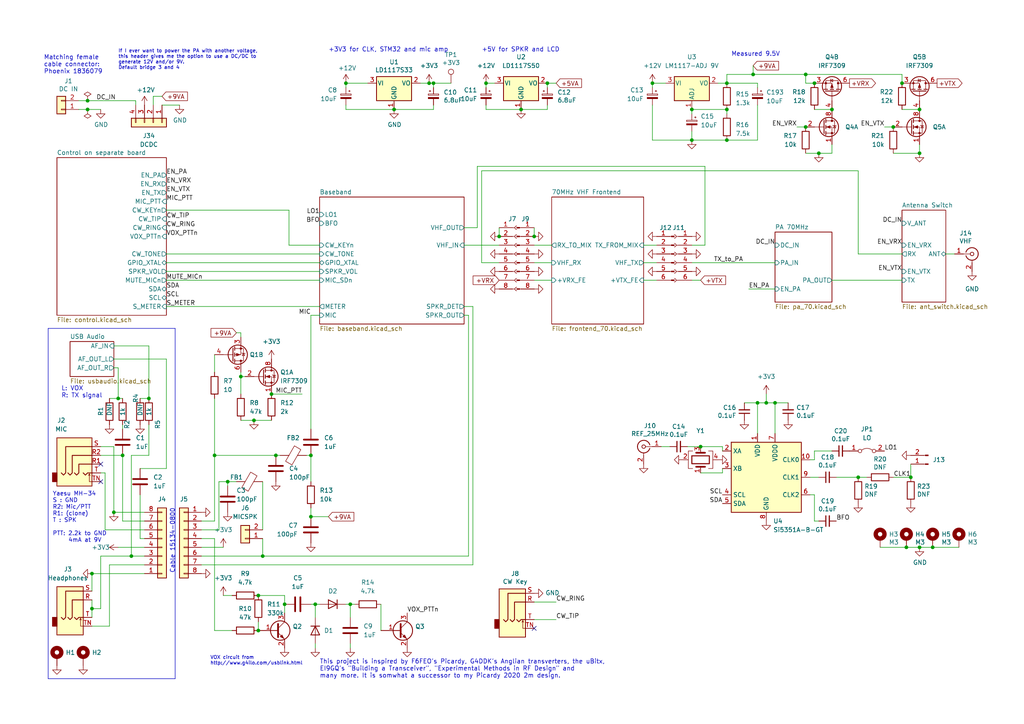
<source format=kicad_sch>
(kicad_sch (version 20230121) (generator eeschema)

  (uuid 7c83c304-769a-4be4-890e-297aba22b5b9)

  (paper "A4")

  (title_block
    (title "DART-70 TRX")
    (date "2023-04-01")
    (rev "1")
    (company "HB9EGM")
    (comment 1 "A 4m Band SSB/CW Transceiver")
  )

  

  (junction (at 222.25 116.84) (diameter 0) (color 0 0 0 0)
    (uuid 03889bb0-530a-4f17-942f-47bdd8c2143b)
  )
  (junction (at 74.93 182.88) (diameter 0) (color 0 0 0 0)
    (uuid 05f1488f-b95d-4647-953a-d2ec7eee61e9)
  )
  (junction (at 210.82 40.64) (diameter 0) (color 0 0 0 0)
    (uuid 0825c0b8-e0c4-4479-8fb1-a4c998fa9e5d)
  )
  (junction (at 236.22 24.13) (diameter 0) (color 0 0 0 0)
    (uuid 0d713598-e0d7-4b64-806d-d27b5ae84128)
  )
  (junction (at 101.6 175.26) (diameter 0) (color 0 0 0 0)
    (uuid 0efaee8b-abcf-47a1-94ab-452bdfc4d10d)
  )
  (junction (at 248.92 138.43) (diameter 0) (color 0 0 0 0)
    (uuid 11ea7b85-b26d-4a7d-aaed-956352284452)
  )
  (junction (at 266.7 158.75) (diameter 0) (color 0 0 0 0)
    (uuid 130d74aa-cfde-4c45-8bfe-183aacd4590f)
  )
  (junction (at 266.7 44.45) (diameter 0) (color 0 0 0 0)
    (uuid 1379c036-b3e0-455b-b639-0f5dd015d03b)
  )
  (junction (at 210.82 24.13) (diameter 0) (color 0 0 0 0)
    (uuid 13b9a948-b29a-4475-8f42-f20ed3ed1c6a)
  )
  (junction (at 125.73 24.13) (diameter 0) (color 0 0 0 0)
    (uuid 1c29ab88-8089-4a9f-b0ec-e0493fb70d1a)
  )
  (junction (at 38.1 161.29) (diameter 0) (color 0 0 0 0)
    (uuid 2002fb77-6ce7-45e9-a078-9e559a07f8f6)
  )
  (junction (at 33.02 148.59) (diameter 0) (color 0 0 0 0)
    (uuid 20373015-10c5-40b5-a9be-5b6825114311)
  )
  (junction (at 233.68 36.83) (diameter 0) (color 0 0 0 0)
    (uuid 2c691037-8de1-4537-a0ef-41ed59613839)
  )
  (junction (at 200.66 31.75) (diameter 0) (color 0 0 0 0)
    (uuid 398ec90b-61af-4d36-9539-63397d126e21)
  )
  (junction (at 154.94 68.58) (diameter 0) (color 0 0 0 0)
    (uuid 3f2e667c-7f64-4e6d-b9b3-bdcde11173db)
  )
  (junction (at 62.23 132.08) (diameter 0) (color 0 0 0 0)
    (uuid 3faced87-a683-4722-a968-6c8f858b2a89)
  )
  (junction (at 210.82 31.75) (diameter 0) (color 0 0 0 0)
    (uuid 4242ccf2-3c4d-4a22-8247-2311c54121ff)
  )
  (junction (at 233.68 21.59) (diameter 0) (color 0 0 0 0)
    (uuid 4750ee37-26c3-426a-a03a-0a50ee4de791)
  )
  (junction (at 262.89 158.75) (diameter 0) (color 0 0 0 0)
    (uuid 48d3528f-d200-4dbf-87c6-2835721afb0e)
  )
  (junction (at 144.78 68.58) (diameter 0) (color 0 0 0 0)
    (uuid 49feb31b-fe70-4f82-99f6-3dbf467a2edc)
  )
  (junction (at 100.33 24.13) (diameter 0) (color 0 0 0 0)
    (uuid 547281cc-eb15-43de-9560-1b10e39a19ed)
  )
  (junction (at 91.44 175.26) (diameter 0) (color 0 0 0 0)
    (uuid 54fc4616-1350-49bf-925e-695b28bb395e)
  )
  (junction (at 241.3 31.75) (diameter 0) (color 0 0 0 0)
    (uuid 5591956a-807b-4208-83a4-6327422e118a)
  )
  (junction (at 26.67 176.53) (diameter 0) (color 0 0 0 0)
    (uuid 6b9394bd-5e58-42ea-a9a4-f58e854aea5c)
  )
  (junction (at 224.79 116.84) (diameter 0) (color 0 0 0 0)
    (uuid 7e67c67f-3a1d-491c-a9ea-d2c0b71576e9)
  )
  (junction (at 69.85 109.22) (diameter 0) (color 0 0 0 0)
    (uuid 8f8b4db5-ccfd-4760-89f5-ba5b4218d486)
  )
  (junction (at 259.08 36.83) (diameter 0) (color 0 0 0 0)
    (uuid 906f16af-3f1b-4545-bda0-18ebce89ce96)
  )
  (junction (at 140.97 24.13) (diameter 0) (color 0 0 0 0)
    (uuid 91bb5e66-90e9-4aff-b233-5b8d53e4ad1c)
  )
  (junction (at 124.46 24.13) (diameter 0) (color 0 0 0 0)
    (uuid 94eb2c38-e244-489c-ba32-44729ff54deb)
  )
  (junction (at 26.67 166.37) (diameter 0) (color 0 0 0 0)
    (uuid 9fb2ca3c-8612-4c01-a40b-6e7e5895a1a0)
  )
  (junction (at 189.23 24.13) (diameter 0) (color 0 0 0 0)
    (uuid a01cdcc4-8ed1-4b36-8702-1b68481a60d9)
  )
  (junction (at 200.66 40.64) (diameter 0) (color 0 0 0 0)
    (uuid a13e5fb2-5800-4421-9e39-63277f01a71d)
  )
  (junction (at 264.16 138.43) (diameter 0) (color 0 0 0 0)
    (uuid a9fed849-c0d2-45ff-802c-7da3e4c52c0a)
  )
  (junction (at 78.74 114.3) (diameter 0) (color 0 0 0 0)
    (uuid aad4a030-3461-4b1e-9322-ba1ad3ac5597)
  )
  (junction (at 25.4 29.21) (diameter 0) (color 0 0 0 0)
    (uuid adc5f7d1-bf98-4196-9716-012c4f4b6a0a)
  )
  (junction (at 114.3 31.75) (diameter 0) (color 0 0 0 0)
    (uuid b0c265f7-c716-45d5-8397-630db4d2cf65)
  )
  (junction (at 218.44 21.59) (diameter 0) (color 0 0 0 0)
    (uuid b48c282b-d280-4718-bf3a-caf683cb767c)
  )
  (junction (at 82.55 175.26) (diameter 0) (color 0 0 0 0)
    (uuid c004f84b-d700-424b-b84c-a145b0082928)
  )
  (junction (at 35.56 132.08) (diameter 0) (color 0 0 0 0)
    (uuid c1ab7d65-d6a4-4014-80e6-4813d19456de)
  )
  (junction (at 74.93 172.72) (diameter 0) (color 0 0 0 0)
    (uuid c53356f3-b76d-4e9b-819d-f464046dcdf2)
  )
  (junction (at 34.29 115.57) (diameter 0) (color 0 0 0 0)
    (uuid cfd0ce93-955b-4a4c-b9df-adb69c4364b8)
  )
  (junction (at 237.49 44.45) (diameter 0) (color 0 0 0 0)
    (uuid d26d0a63-c69d-4774-9fba-12ed686b99f6)
  )
  (junction (at 73.66 121.92) (diameter 0) (color 0 0 0 0)
    (uuid d44ecef8-311a-4d38-9013-95c8299ff6b2)
  )
  (junction (at 270.51 158.75) (diameter 0) (color 0 0 0 0)
    (uuid d4b4dbc7-e763-47b2-a6cb-b5c021db8bcc)
  )
  (junction (at 66.04 139.7) (diameter 0) (color 0 0 0 0)
    (uuid d4c3f5bf-47cb-4030-92b0-bec21d62f389)
  )
  (junction (at 25.4 31.75) (diameter 0) (color 0 0 0 0)
    (uuid d4fc8b6d-311c-464d-9e39-e6d9dd34ed03)
  )
  (junction (at 261.62 24.13) (diameter 0) (color 0 0 0 0)
    (uuid d531b677-92b2-4589-8265-ffb9f0a9f471)
  )
  (junction (at 80.01 132.08) (diameter 0) (color 0 0 0 0)
    (uuid d7ecc3d2-2b6e-4e36-92b9-1b58fb257359)
  )
  (junction (at 90.17 132.08) (diameter 0) (color 0 0 0 0)
    (uuid d9abc64c-b691-4ece-b128-4f1d7b31754f)
  )
  (junction (at 43.18 115.57) (diameter 0) (color 0 0 0 0)
    (uuid e9342213-9707-4d1c-a69f-a3da6fb99c7a)
  )
  (junction (at 158.75 24.13) (diameter 0) (color 0 0 0 0)
    (uuid eb69835d-9be6-45e6-b58c-d2902ddb8fb1)
  )
  (junction (at 266.7 31.75) (diameter 0) (color 0 0 0 0)
    (uuid eeabe6f1-2db7-4eed-bd0c-6e41b390284d)
  )
  (junction (at 90.17 149.86) (diameter 0) (color 0 0 0 0)
    (uuid ef105c45-a454-45c2-badb-d87d915177ef)
  )
  (junction (at 76.2 161.29) (diameter 0) (color 0 0 0 0)
    (uuid f4c650b7-943a-4c93-b622-c1362c969577)
  )
  (junction (at 219.71 116.84) (diameter 0) (color 0 0 0 0)
    (uuid f747ec33-420b-45bc-9778-b4604b083211)
  )
  (junction (at 151.13 31.75) (diameter 0) (color 0 0 0 0)
    (uuid f74be2ca-c140-4c85-937a-a008e4f4ddb7)
  )
  (junction (at 203.2 129.54) (diameter 0) (color 0 0 0 0)
    (uuid f8c9e2c3-818f-482b-ad48-f9fb56a455b0)
  )

  (no_connect (at 29.21 139.7) (uuid 891b06d0-7775-40c2-8d16-5452402b91d5))
  (no_connect (at 154.94 182.245) (uuid 9e56fb84-5b0b-47eb-9ee7-e24e7c08829b))
  (no_connect (at 29.21 134.62) (uuid b2135387-8c57-44ac-8ab3-29b54b43f871))

  (wire (pts (xy 25.4 31.75) (xy 29.21 31.75))
    (stroke (width 0) (type default))
    (uuid 002154dd-fd21-426e-8f51-d82382197384)
  )
  (wire (pts (xy 144.78 66.04) (xy 144.78 68.58))
    (stroke (width 0) (type default))
    (uuid 002bee17-761d-4946-b10f-f0b42371b19d)
  )
  (wire (pts (xy 90.17 132.08) (xy 90.17 139.7))
    (stroke (width 0) (type default))
    (uuid 008a59ee-36fb-4f36-a8b0-5cc99b1e8598)
  )
  (wire (pts (xy 248.92 73.66) (xy 261.62 73.66))
    (stroke (width 0) (type default))
    (uuid 0116339a-5f0d-4745-a575-44652fb7d9b0)
  )
  (wire (pts (xy 110.49 175.26) (xy 110.49 182.88))
    (stroke (width 0) (type default))
    (uuid 025ac572-24f4-4397-b69b-bade669b4c40)
  )
  (wire (pts (xy 83.82 71.12) (xy 83.82 60.96))
    (stroke (width 0) (type default))
    (uuid 04508b78-b957-4886-b3fa-3d951fb6452d)
  )
  (wire (pts (xy 236.22 133.35) (xy 234.95 133.35))
    (stroke (width 0) (type default))
    (uuid 05f6334e-7131-4999-b788-1681af60d6df)
  )
  (wire (pts (xy 218.44 21.59) (xy 210.82 21.59))
    (stroke (width 0) (type default))
    (uuid 09d1af20-c357-48ec-a10f-915c880f15b6)
  )
  (wire (pts (xy 158.75 24.13) (xy 158.75 25.4))
    (stroke (width 0) (type default))
    (uuid 09fbb099-19ff-4c9e-b717-ff9eedac992b)
  )
  (wire (pts (xy 140.97 30.48) (xy 140.97 31.75))
    (stroke (width 0) (type default))
    (uuid 0a3a19af-7bfa-4df3-9b73-b98420c4a518)
  )
  (wire (pts (xy 262.89 158.75) (xy 266.7 158.75))
    (stroke (width 0) (type default))
    (uuid 0aad0e8d-0747-412b-85ac-039bbac4ff5e)
  )
  (wire (pts (xy 266.7 41.91) (xy 266.7 44.45))
    (stroke (width 0) (type default))
    (uuid 0b3a2a48-0270-494e-962a-3658a00a0875)
  )
  (wire (pts (xy 210.82 40.64) (xy 219.71 40.64))
    (stroke (width 0) (type default))
    (uuid 0c482dd3-3e6b-43f0-ac7a-1fc8dfa69822)
  )
  (wire (pts (xy 222.25 116.84) (xy 224.79 116.84))
    (stroke (width 0) (type default))
    (uuid 0dd7a947-881a-4477-b1f8-b88536ca8809)
  )
  (wire (pts (xy 34.29 106.68) (xy 34.29 115.57))
    (stroke (width 0) (type default))
    (uuid 11438643-bdb5-4bc3-97cb-5cea25341657)
  )
  (wire (pts (xy 100.33 24.13) (xy 100.33 25.4))
    (stroke (width 0) (type default))
    (uuid 11b5652b-07d3-428f-98d5-c354cf3693b1)
  )
  (wire (pts (xy 140.97 31.75) (xy 151.13 31.75))
    (stroke (width 0) (type default))
    (uuid 160e3a4c-588b-4e79-ac75-f98bf80b7e0b)
  )
  (wire (pts (xy 22.86 31.75) (xy 25.4 31.75))
    (stroke (width 0) (type default))
    (uuid 174d3312-33d6-4bed-98f6-7ee988ce0253)
  )
  (wire (pts (xy 210.82 31.75) (xy 210.82 33.02))
    (stroke (width 0) (type default))
    (uuid 17fc291b-23f9-4de7-9168-978b13dcd03c)
  )
  (wire (pts (xy 63.5 153.67) (xy 63.5 139.7))
    (stroke (width 0) (type default))
    (uuid 1869a25a-7405-4101-9da6-55f7c1e87e39)
  )
  (wire (pts (xy 26.67 166.37) (xy 41.91 166.37))
    (stroke (width 0) (type default))
    (uuid 1bcf4a11-4c4f-42b8-9e84-ad79d97ffe8f)
  )
  (wire (pts (xy 69.85 96.52) (xy 68.58 96.52))
    (stroke (width 0) (type default))
    (uuid 1c42fb18-8951-420c-93b3-b390805a99ab)
  )
  (wire (pts (xy 76.2 156.21) (xy 76.2 161.29))
    (stroke (width 0) (type default))
    (uuid 1c9f0aaa-a7f3-4c99-ac2e-10f6713b49b4)
  )
  (wire (pts (xy 74.93 172.72) (xy 82.55 172.72))
    (stroke (width 0) (type default))
    (uuid 1d4132f7-1f35-449b-a4a4-451bd4dc48ab)
  )
  (wire (pts (xy 41.91 148.59) (xy 33.02 148.59))
    (stroke (width 0) (type default))
    (uuid 216cd782-5819-4b5e-931f-7587d15e2161)
  )
  (wire (pts (xy 82.55 177.8) (xy 82.55 175.26))
    (stroke (width 0) (type default))
    (uuid 219438ca-bd57-4fea-aeb4-810d77461a18)
  )
  (wire (pts (xy 193.04 24.13) (xy 189.23 24.13))
    (stroke (width 0) (type default))
    (uuid 2199bdfc-0462-4363-af5e-16d8e19d600a)
  )
  (polyline (pts (xy 13.97 95.25) (xy 50.8 95.25))
    (stroke (width 0) (type default))
    (uuid 246d8c70-0329-4f4d-9351-49df120458af)
  )

  (wire (pts (xy 73.66 121.92) (xy 78.74 121.92))
    (stroke (width 0) (type default))
    (uuid 25eb4e9a-a9bc-41d9-ba86-5c87b9db25c8)
  )
  (wire (pts (xy 100.33 24.13) (xy 106.68 24.13))
    (stroke (width 0) (type default))
    (uuid 28eca374-9b5c-4480-a1a6-52ddcbb57db2)
  )
  (wire (pts (xy 40.64 115.57) (xy 43.18 115.57))
    (stroke (width 0) (type default))
    (uuid 2a3464a0-2ccd-434c-8817-4d7a2f14c67a)
  )
  (wire (pts (xy 234.95 138.43) (xy 237.49 138.43))
    (stroke (width 0) (type default))
    (uuid 2a86319a-5a94-4745-ad80-6b5c02f72e82)
  )
  (wire (pts (xy 43.18 100.33) (xy 33.02 100.33))
    (stroke (width 0) (type default))
    (uuid 2da3100d-2e28-4a7b-925a-cb4dad81d852)
  )
  (wire (pts (xy 158.75 24.13) (xy 161.29 24.13))
    (stroke (width 0) (type default))
    (uuid 2ea38bc3-7d3b-428e-a271-404ee98e752b)
  )
  (wire (pts (xy 135.89 91.44) (xy 135.89 161.29))
    (stroke (width 0) (type default))
    (uuid 2f9b686c-0a8f-432b-9e90-c788e62691c6)
  )
  (wire (pts (xy 200.66 40.64) (xy 210.82 40.64))
    (stroke (width 0) (type default))
    (uuid 33f01d9a-6abc-40a9-9b6b-d34bddbf731f)
  )
  (wire (pts (xy 256.54 36.83) (xy 259.08 36.83))
    (stroke (width 0) (type default))
    (uuid 345987da-5aa5-4c5e-90e1-ddf0086ed5fb)
  )
  (wire (pts (xy 58.42 161.29) (xy 76.2 161.29))
    (stroke (width 0) (type default))
    (uuid 361f9eaf-2e29-4825-b35a-439064c6d2db)
  )
  (wire (pts (xy 91.44 175.26) (xy 92.71 175.26))
    (stroke (width 0) (type default))
    (uuid 36854e14-46fb-4279-bf79-0322ad1da42a)
  )
  (wire (pts (xy 62.23 102.87) (xy 62.23 107.95))
    (stroke (width 0) (type default))
    (uuid 3729b657-384d-440e-9b38-b75590f72741)
  )
  (wire (pts (xy 139.7 76.2) (xy 144.78 76.2))
    (stroke (width 0) (type default))
    (uuid 3a4811bf-b539-4978-b0d8-fe47f179161b)
  )
  (wire (pts (xy 67.31 172.72) (xy 64.77 172.72))
    (stroke (width 0) (type default))
    (uuid 3cddbb36-7343-44a2-9871-f6b2e73f7d17)
  )
  (wire (pts (xy 134.62 66.04) (xy 138.43 66.04))
    (stroke (width 0) (type default))
    (uuid 3ee41aac-558c-43a3-a816-e31001ae8352)
  )
  (wire (pts (xy 48.26 76.2) (xy 92.71 76.2))
    (stroke (width 0) (type default))
    (uuid 3eeccf02-360d-4377-89f3-2458946d5853)
  )
  (wire (pts (xy 62.23 156.21) (xy 62.23 182.88))
    (stroke (width 0) (type default))
    (uuid 401f2d1f-acc6-4e14-9963-49ecb3bd4627)
  )
  (wire (pts (xy 158.75 31.75) (xy 151.13 31.75))
    (stroke (width 0) (type default))
    (uuid 443127ca-ab31-4ac0-90cc-723625487807)
  )
  (wire (pts (xy 208.28 24.13) (xy 210.82 24.13))
    (stroke (width 0) (type default))
    (uuid 4435e8ff-b63e-4b32-81db-49caa0dd6c5f)
  )
  (wire (pts (xy 39.37 29.21) (xy 39.37 30.48))
    (stroke (width 0) (type default))
    (uuid 44c45697-09d8-4a17-b585-e296e1d04ddd)
  )
  (wire (pts (xy 69.85 107.95) (xy 69.85 109.22))
    (stroke (width 0) (type default))
    (uuid 469d1dea-56e9-4051-acba-b2ec5e9a2c33)
  )
  (wire (pts (xy 58.42 158.75) (xy 64.77 158.75))
    (stroke (width 0) (type default))
    (uuid 48a3ede4-2797-4e66-9278-9cd056144dbb)
  )
  (wire (pts (xy 62.23 115.57) (xy 62.23 132.08))
    (stroke (width 0) (type default))
    (uuid 496b1a5f-d49c-4515-8e6b-7fb584585bdd)
  )
  (polyline (pts (xy 50.8 95.25) (xy 50.8 196.85))
    (stroke (width 0) (type default))
    (uuid 4b105a5f-5ed5-49ae-8bb9-f1d8c5566b50)
  )

  (wire (pts (xy 210.82 21.59) (xy 210.82 24.13))
    (stroke (width 0) (type default))
    (uuid 4c57c394-f97c-4a0b-80d4-0b5157781c3b)
  )
  (wire (pts (xy 76.2 161.29) (xy 135.89 161.29))
    (stroke (width 0) (type default))
    (uuid 4d2c10b1-9329-409f-bc4d-94aebd58963e)
  )
  (wire (pts (xy 261.62 31.75) (xy 266.7 31.75))
    (stroke (width 0) (type default))
    (uuid 4d5acc98-17ff-4e60-af52-349a1269dddf)
  )
  (wire (pts (xy 139.7 49.53) (xy 139.7 76.2))
    (stroke (width 0) (type default))
    (uuid 4ecfe5c5-d7fc-4d05-be28-1ed42c507ec3)
  )
  (wire (pts (xy 219.71 116.84) (xy 222.25 116.84))
    (stroke (width 0) (type default))
    (uuid 5130484e-13a2-434f-935d-3be30d7a93c9)
  )
  (wire (pts (xy 52.07 30.48) (xy 46.99 30.48))
    (stroke (width 0) (type default))
    (uuid 52a4c7cc-f68a-4440-9f6c-bb0a81b342d0)
  )
  (wire (pts (xy 154.94 81.28) (xy 160.02 81.28))
    (stroke (width 0) (type default))
    (uuid 52d9d6dd-4266-418b-bf9a-446977053e6f)
  )
  (wire (pts (xy 29.21 161.29) (xy 29.21 176.53))
    (stroke (width 0) (type default))
    (uuid 53bb37bd-6ad6-430f-b5e5-21e40448d528)
  )
  (wire (pts (xy 29.21 176.53) (xy 26.67 176.53))
    (stroke (width 0) (type default))
    (uuid 568b5dd5-7629-4c3d-9388-eaa54c2762b1)
  )
  (wire (pts (xy 255.27 158.75) (xy 262.89 158.75))
    (stroke (width 0) (type default))
    (uuid 579d81c4-8fa6-40d5-b99a-d160787b45b9)
  )
  (wire (pts (xy 58.42 163.83) (xy 137.16 163.83))
    (stroke (width 0) (type default))
    (uuid 57be2951-306e-483f-b29a-c5289beae3a0)
  )
  (wire (pts (xy 58.42 153.67) (xy 63.5 153.67))
    (stroke (width 0) (type default))
    (uuid 58e4fb93-6235-473b-af92-bf79be065bda)
  )
  (wire (pts (xy 204.47 48.26) (xy 204.47 71.12))
    (stroke (width 0) (type default))
    (uuid 5a05460d-15bc-4058-86e6-a6bff5598db7)
  )
  (wire (pts (xy 218.44 19.05) (xy 218.44 21.59))
    (stroke (width 0) (type default))
    (uuid 5afca071-0542-406b-83f5-f8ed30e05c4c)
  )
  (wire (pts (xy 138.43 48.26) (xy 204.47 48.26))
    (stroke (width 0) (type default))
    (uuid 5c0ae8f2-fb0b-4cbf-bd78-f6131c18140d)
  )
  (wire (pts (xy 134.62 91.44) (xy 135.89 91.44))
    (stroke (width 0) (type default))
    (uuid 5c0d735a-ca1c-4202-8faf-02e515d1181f)
  )
  (wire (pts (xy 261.62 21.59) (xy 233.68 21.59))
    (stroke (width 0) (type default))
    (uuid 5ea05504-bb96-4847-90cf-26cb1afd4244)
  )
  (wire (pts (xy 91.44 175.26) (xy 91.44 179.07))
    (stroke (width 0) (type default))
    (uuid 5ed02c6b-f3b8-4641-86b2-3c4cac92a5b4)
  )
  (wire (pts (xy 101.6 186.69) (xy 101.6 187.96))
    (stroke (width 0) (type default))
    (uuid 5ed5b405-912e-49a2-adbb-ff35d95f4100)
  )
  (wire (pts (xy 76.2 139.7) (xy 76.2 153.67))
    (stroke (width 0) (type default))
    (uuid 601c5479-68c8-4d7c-bbde-860bd11a7597)
  )
  (wire (pts (xy 38.1 161.29) (xy 29.21 161.29))
    (stroke (width 0) (type default))
    (uuid 6062b414-90cb-4cef-839a-25d90087f1b4)
  )
  (wire (pts (xy 38.1 132.08) (xy 43.18 132.08))
    (stroke (width 0) (type default))
    (uuid 60d27bb0-faad-48a9-89c1-b059b592a640)
  )
  (wire (pts (xy 35.56 151.13) (xy 41.91 151.13))
    (stroke (width 0) (type default))
    (uuid 6123b0cd-d677-4963-a353-8d6b35692422)
  )
  (polyline (pts (xy 50.8 196.85) (xy 13.97 196.85))
    (stroke (width 0) (type default))
    (uuid 6188cf07-9c8d-498a-9db9-9718888dfe39)
  )

  (wire (pts (xy 124.46 24.13) (xy 125.73 24.13))
    (stroke (width 0) (type default))
    (uuid 63da3512-bd51-489d-833d-20bce6d76019)
  )
  (wire (pts (xy 241.3 130.81) (xy 236.22 130.81))
    (stroke (width 0) (type default))
    (uuid 64e90390-0f4c-4cc1-bafa-363ce23516e9)
  )
  (wire (pts (xy 236.22 151.13) (xy 236.22 143.51))
    (stroke (width 0) (type default))
    (uuid 65dd0601-a23d-4c5d-b924-966fc498cbfc)
  )
  (wire (pts (xy 241.3 44.45) (xy 237.49 44.45))
    (stroke (width 0) (type default))
    (uuid 67fd7240-7a2e-4504-8c70-47b3112c634e)
  )
  (wire (pts (xy 26.67 166.37) (xy 26.67 171.45))
    (stroke (width 0) (type default))
    (uuid 696f862b-a951-463f-ad29-011c067090d6)
  )
  (wire (pts (xy 48.26 104.14) (xy 33.02 104.14))
    (stroke (width 0) (type default))
    (uuid 699ac08c-f9a3-4116-bed2-dc98ffb5b3a1)
  )
  (wire (pts (xy 236.22 143.51) (xy 234.95 143.51))
    (stroke (width 0) (type default))
    (uuid 699bee8c-8bc3-4aa6-b4ed-0aa4d255078a)
  )
  (wire (pts (xy 38.1 161.29) (xy 38.1 132.08))
    (stroke (width 0) (type default))
    (uuid 6ac2f4eb-9300-4682-9dca-8ec36d45a0ab)
  )
  (wire (pts (xy 224.79 116.84) (xy 224.79 125.73))
    (stroke (width 0) (type default))
    (uuid 6b09c60c-c53b-47dd-b8b8-94f682cd2086)
  )
  (wire (pts (xy 58.42 151.13) (xy 62.23 151.13))
    (stroke (width 0) (type default))
    (uuid 6cc72bfd-2651-4e90-af42-5d6cec3950c1)
  )
  (wire (pts (xy 154.94 66.04) (xy 154.94 68.58))
    (stroke (width 0) (type default))
    (uuid 6d63f93a-5c70-4c67-8eef-6977db41fdd0)
  )
  (wire (pts (xy 26.67 173.99) (xy 26.67 176.53))
    (stroke (width 0) (type default))
    (uuid 7019dafb-64b4-4e22-837e-9f37341a0157)
  )
  (wire (pts (xy 48.26 78.74) (xy 92.71 78.74))
    (stroke (width 0) (type default))
    (uuid 73062404-be1b-4744-bd1e-9e3d624b8fb3)
  )
  (wire (pts (xy 66.04 139.7) (xy 68.58 139.7))
    (stroke (width 0) (type default))
    (uuid 735e33ba-0601-4acb-983d-1656020ec14e)
  )
  (wire (pts (xy 140.97 24.13) (xy 140.97 25.4))
    (stroke (width 0) (type default))
    (uuid 7471700d-9a5d-406e-b9fc-bdeed49379fa)
  )
  (wire (pts (xy 25.4 29.21) (xy 39.37 29.21))
    (stroke (width 0) (type default))
    (uuid 74760d5b-303c-4603-ac2e-6b5209546581)
  )
  (polyline (pts (xy 13.97 95.25) (xy 13.97 196.85))
    (stroke (width 0) (type default))
    (uuid 74e37401-14d3-4e3c-84ed-7ddb4d75b44f)
  )

  (wire (pts (xy 29.21 129.54) (xy 33.02 129.54))
    (stroke (width 0) (type default))
    (uuid 754f923b-5aa7-4d87-b589-d53346af6023)
  )
  (wire (pts (xy 62.23 182.88) (xy 67.31 182.88))
    (stroke (width 0) (type default))
    (uuid 77cc857c-e045-46ac-921a-7b86818ca625)
  )
  (wire (pts (xy 35.56 115.57) (xy 34.29 115.57))
    (stroke (width 0) (type default))
    (uuid 77f72719-5749-425e-bce5-65a592ff824f)
  )
  (wire (pts (xy 154.94 76.2) (xy 160.02 76.2))
    (stroke (width 0) (type default))
    (uuid 7887f659-7796-4d20-b8ec-45fe37db4d3b)
  )
  (wire (pts (xy 22.86 29.21) (xy 25.4 29.21))
    (stroke (width 0) (type default))
    (uuid 79aced1b-30d4-4883-86bf-8a38d664736a)
  )
  (wire (pts (xy 134.62 71.12) (xy 144.78 71.12))
    (stroke (width 0) (type default))
    (uuid 7b959fed-4370-4448-9d17-fbc4f5703c60)
  )
  (wire (pts (xy 219.71 40.64) (xy 219.71 30.48))
    (stroke (width 0) (type default))
    (uuid 7b9fff27-50d5-4778-881f-13391377f614)
  )
  (wire (pts (xy 31.75 115.57) (xy 34.29 115.57))
    (stroke (width 0) (type default))
    (uuid 7c8f4fb6-d76c-4fd6-89a0-af30aa8d7cb9)
  )
  (wire (pts (xy 242.57 138.43) (xy 248.92 138.43))
    (stroke (width 0) (type default))
    (uuid 7d4200e5-e280-4699-af56-048ba84247d3)
  )
  (wire (pts (xy 81.28 132.08) (xy 80.01 132.08))
    (stroke (width 0) (type default))
    (uuid 7fcd6903-4017-464e-a708-1e51b67dd39f)
  )
  (wire (pts (xy 90.17 149.86) (xy 95.25 149.86))
    (stroke (width 0) (type default))
    (uuid 816e41e9-8ef8-4e70-a70f-02175bdc97c4)
  )
  (wire (pts (xy 237.49 44.45) (xy 233.68 44.45))
    (stroke (width 0) (type default))
    (uuid 86c60f4b-4421-4865-beff-ed93adca8ac2)
  )
  (wire (pts (xy 219.71 25.4) (xy 219.71 24.13))
    (stroke (width 0) (type default))
    (uuid 874bdd16-c1e7-4b71-b08a-e4608f6b28d8)
  )
  (wire (pts (xy 186.69 76.2) (xy 190.5 76.2))
    (stroke (width 0) (type default))
    (uuid 89f5cd17-8501-4243-bc98-0e8a1aab3a95)
  )
  (wire (pts (xy 69.85 109.22) (xy 69.85 114.3))
    (stroke (width 0) (type default))
    (uuid 8a096409-910f-4b78-890d-9e8768ba72ab)
  )
  (wire (pts (xy 44.45 27.94) (xy 44.45 30.48))
    (stroke (width 0) (type default))
    (uuid 8b0c727f-7724-442d-bf29-3f7bed24720e)
  )
  (wire (pts (xy 237.49 151.13) (xy 236.22 151.13))
    (stroke (width 0) (type default))
    (uuid 8e0abe23-8e7e-48a9-af11-f26197bd8fbf)
  )
  (wire (pts (xy 74.93 180.34) (xy 74.93 182.88))
    (stroke (width 0) (type default))
    (uuid 8f1ab95b-1867-4005-8242-092f60cbfea5)
  )
  (wire (pts (xy 189.23 30.48) (xy 189.23 40.64))
    (stroke (width 0) (type default))
    (uuid 8f5c2a3a-b2da-434e-8810-9da52a5e413a)
  )
  (wire (pts (xy 29.21 132.08) (xy 35.56 132.08))
    (stroke (width 0) (type default))
    (uuid 8fe92221-afec-47ce-a89d-2a3cf937d9a2)
  )
  (wire (pts (xy 35.56 123.19) (xy 35.56 124.46))
    (stroke (width 0) (type default))
    (uuid 900073c8-27f0-4864-bec9-14e524ac2d69)
  )
  (wire (pts (xy 134.62 88.9) (xy 137.16 88.9))
    (stroke (width 0) (type default))
    (uuid 906c4fbb-4fdd-48c5-aa07-85c56299e46a)
  )
  (wire (pts (xy 90.17 147.32) (xy 90.17 149.86))
    (stroke (width 0) (type default))
    (uuid 91c438b1-678d-4a85-be0e-771bfbc58931)
  )
  (wire (pts (xy 236.22 31.75) (xy 241.3 31.75))
    (stroke (width 0) (type default))
    (uuid 92dfb53a-5556-47b1-8088-214aebbc803d)
  )
  (wire (pts (xy 92.71 91.44) (xy 90.17 91.44))
    (stroke (width 0) (type default))
    (uuid 935427ba-97bd-4319-b38c-51b473619c8a)
  )
  (wire (pts (xy 219.71 24.13) (xy 210.82 24.13))
    (stroke (width 0) (type default))
    (uuid 96427f0b-ba44-4812-9f6d-dda1b1744f8a)
  )
  (wire (pts (xy 158.75 30.48) (xy 158.75 31.75))
    (stroke (width 0) (type default))
    (uuid 96e30a9c-78b6-4d1a-bc72-6cbdc7743876)
  )
  (wire (pts (xy 90.17 91.44) (xy 90.17 124.46))
    (stroke (width 0) (type default))
    (uuid 9792cf44-3261-4d9f-8ae0-31fdeec0dc70)
  )
  (wire (pts (xy 48.26 104.14) (xy 48.26 135.89))
    (stroke (width 0) (type default))
    (uuid 97d2bbd2-62fb-416d-98c5-fe5f0ab9820d)
  )
  (wire (pts (xy 35.56 151.13) (xy 35.56 132.08))
    (stroke (width 0) (type default))
    (uuid 98ea83ac-41c6-4b7d-be63-41372bbd6e24)
  )
  (wire (pts (xy 100.33 30.48) (xy 100.33 31.75))
    (stroke (width 0) (type default))
    (uuid 99f8394d-1325-4f0e-9ed0-19dceab6e1f9)
  )
  (wire (pts (xy 62.23 132.08) (xy 80.01 132.08))
    (stroke (width 0) (type default))
    (uuid 9c3d736f-f850-40b5-83bf-bf71ce2d8e7c)
  )
  (wire (pts (xy 186.69 71.12) (xy 190.5 71.12))
    (stroke (width 0) (type default))
    (uuid 9d00ede8-7480-44d8-b21e-d16dd17b75ac)
  )
  (wire (pts (xy 228.6 116.84) (xy 224.79 116.84))
    (stroke (width 0) (type default))
    (uuid 9d3a7a2b-8bae-4d82-8634-16a99f57e389)
  )
  (wire (pts (xy 33.02 129.54) (xy 33.02 148.59))
    (stroke (width 0) (type default))
    (uuid 9d5b6cd8-17f0-45de-b87b-5c8a0bd4db14)
  )
  (wire (pts (xy 231.14 36.83) (xy 233.68 36.83))
    (stroke (width 0) (type default))
    (uuid a057c374-c462-4764-bd16-2c00eef92afa)
  )
  (wire (pts (xy 48.26 81.28) (xy 92.71 81.28))
    (stroke (width 0) (type default))
    (uuid a1864b64-1865-4240-b098-5056fb759def)
  )
  (wire (pts (xy 154.94 174.625) (xy 161.29 174.625))
    (stroke (width 0) (type default))
    (uuid a1abde39-78d5-402d-bb1c-75243c61d29b)
  )
  (wire (pts (xy 222.25 114.3) (xy 222.25 116.84))
    (stroke (width 0) (type default))
    (uuid a39008b0-0dd6-44dc-b176-ab03b6874ae7)
  )
  (wire (pts (xy 274.32 73.66) (xy 276.86 73.66))
    (stroke (width 0) (type default))
    (uuid a43beeeb-0d60-44c9-bc6b-40c9e75459e8)
  )
  (wire (pts (xy 44.45 27.94) (xy 46.99 27.94))
    (stroke (width 0) (type default))
    (uuid a4b2f218-d493-4485-aa00-0dc37f00d501)
  )
  (wire (pts (xy 34.29 106.68) (xy 33.02 106.68))
    (stroke (width 0) (type default))
    (uuid a4b3b03c-531f-4aa0-9daa-5345dfa6fc41)
  )
  (wire (pts (xy 88.9 132.08) (xy 90.17 132.08))
    (stroke (width 0) (type default))
    (uuid a5f4f26e-4b82-496f-b7bb-4ed4211f8100)
  )
  (wire (pts (xy 100.33 31.75) (xy 114.3 31.75))
    (stroke (width 0) (type default))
    (uuid a69bb6f5-978b-49bb-9446-4ec9cfe4501e)
  )
  (wire (pts (xy 82.55 175.26) (xy 82.55 172.72))
    (stroke (width 0) (type default))
    (uuid a6baa060-c82d-461a-96f5-4f21d73265a4)
  )
  (wire (pts (xy 261.62 21.59) (xy 261.62 24.13))
    (stroke (width 0) (type default))
    (uuid a7349b87-3477-4ba5-bc62-3587f94ab817)
  )
  (wire (pts (xy 66.04 140.97) (xy 66.04 139.7))
    (stroke (width 0) (type default))
    (uuid a8d341ec-3332-4d82-8a1f-e52e32f564f1)
  )
  (wire (pts (xy 63.5 139.7) (xy 66.04 139.7))
    (stroke (width 0) (type default))
    (uuid a9276ad3-2500-44c6-895a-e842a0033021)
  )
  (wire (pts (xy 40.64 143.51) (xy 40.64 156.21))
    (stroke (width 0) (type default))
    (uuid a97e4f3d-f371-47f1-8ee9-cbe61c23c759)
  )
  (wire (pts (xy 30.48 153.67) (xy 30.48 137.16))
    (stroke (width 0) (type default))
    (uuid a99a526a-0727-4d5d-b793-47c299fd72ba)
  )
  (wire (pts (xy 69.85 97.79) (xy 69.85 96.52))
    (stroke (width 0) (type default))
    (uuid ab033de2-6886-4e4c-b9c3-21d6481b406d)
  )
  (wire (pts (xy 138.43 66.04) (xy 138.43 48.26))
    (stroke (width 0) (type default))
    (uuid ad195d4d-ed76-4a26-ac30-01da417bd64b)
  )
  (wire (pts (xy 69.85 109.22) (xy 71.12 109.22))
    (stroke (width 0) (type default))
    (uuid ad4538db-3731-4206-9c84-06101425be48)
  )
  (wire (pts (xy 233.68 21.59) (xy 218.44 21.59))
    (stroke (width 0) (type default))
    (uuid ad76707e-1f2e-4941-86a0-50951acd24bc)
  )
  (wire (pts (xy 91.44 186.69) (xy 91.44 187.96))
    (stroke (width 0) (type default))
    (uuid add05f6f-edf6-4631-b6b3-35897f9e8c7b)
  )
  (wire (pts (xy 189.23 40.64) (xy 200.66 40.64))
    (stroke (width 0) (type default))
    (uuid aed0a299-8aa6-4a50-b993-c38efe5fdd7a)
  )
  (wire (pts (xy 217.17 83.82) (xy 224.79 83.82))
    (stroke (width 0) (type default))
    (uuid b056317e-32ca-4f2d-b310-fc1492cc5060)
  )
  (wire (pts (xy 43.18 100.33) (xy 43.18 115.57))
    (stroke (width 0) (type default))
    (uuid b0cf214e-d0ed-484b-ba79-187612ebeeb9)
  )
  (wire (pts (xy 90.17 175.26) (xy 91.44 175.26))
    (stroke (width 0) (type default))
    (uuid b1a62f88-404d-483f-bb63-16c8188b4f3a)
  )
  (wire (pts (xy 189.23 24.13) (xy 189.23 25.4))
    (stroke (width 0) (type default))
    (uuid b1ea2466-2371-4b96-9289-6c42e0f0b899)
  )
  (wire (pts (xy 62.23 151.13) (xy 62.23 132.08))
    (stroke (width 0) (type default))
    (uuid b32653e4-7801-40ea-b61b-f0311c01d3b4)
  )
  (wire (pts (xy 266.7 44.45) (xy 259.08 44.45))
    (stroke (width 0) (type default))
    (uuid b5cbe891-dcdf-4951-8f0a-b2c28e4293cd)
  )
  (wire (pts (xy 58.42 156.21) (xy 62.23 156.21))
    (stroke (width 0) (type default))
    (uuid b66c197d-a987-4d64-bb63-7ddb1a72d7fd)
  )
  (wire (pts (xy 34.29 158.75) (xy 41.91 158.75))
    (stroke (width 0) (type default))
    (uuid ba048e1d-485f-4106-8eb8-8f2566ae855d)
  )
  (wire (pts (xy 101.6 175.26) (xy 102.87 175.26))
    (stroke (width 0) (type default))
    (uuid ba28163c-9ab2-44c5-b089-1433660941d6)
  )
  (wire (pts (xy 233.68 24.13) (xy 236.22 24.13))
    (stroke (width 0) (type default))
    (uuid bb78f99c-6783-4afe-a661-68817d4180ab)
  )
  (wire (pts (xy 236.22 130.81) (xy 236.22 133.35))
    (stroke (width 0) (type default))
    (uuid bcb20d96-4c0e-4c98-a263-0cdd41ab15e5)
  )
  (wire (pts (xy 200.66 38.1) (xy 200.66 40.64))
    (stroke (width 0) (type default))
    (uuid bda7a16e-b931-4d51-b769-ff5809beef5f)
  )
  (wire (pts (xy 48.26 60.96) (xy 83.82 60.96))
    (stroke (width 0) (type default))
    (uuid bfce1213-d511-4811-bc9d-beb994b8b9fe)
  )
  (wire (pts (xy 31.75 163.83) (xy 31.75 181.61))
    (stroke (width 0) (type default))
    (uuid c0738ee3-5ef6-48be-9a20-f10b8cdc3a6d)
  )
  (wire (pts (xy 41.91 161.29) (xy 38.1 161.29))
    (stroke (width 0) (type default))
    (uuid c12b5903-2f75-49c3-8332-69e02fb1aff7)
  )
  (wire (pts (xy 41.91 156.21) (xy 40.64 156.21))
    (stroke (width 0) (type default))
    (uuid c13eaffb-5c39-4e48-8c42-cc2bcee712b4)
  )
  (wire (pts (xy 219.71 116.84) (xy 219.71 125.73))
    (stroke (width 0) (type default))
    (uuid c24d03f2-5bff-4d74-88e5-481cd2f1e035)
  )
  (wire (pts (xy 264.16 138.43) (xy 264.16 134.62))
    (stroke (width 0) (type default))
    (uuid c48e879f-0b64-4f86-a8cf-003dbff29c4e)
  )
  (wire (pts (xy 248.92 49.53) (xy 248.92 73.66))
    (stroke (width 0) (type default))
    (uuid c4edda47-532d-4e95-9fc8-38bd0ed58dfb)
  )
  (wire (pts (xy 137.16 88.9) (xy 137.16 163.83))
    (stroke (width 0) (type default))
    (uuid c5747d63-7293-4c9e-a6a4-eaa0310e86ea)
  )
  (wire (pts (xy 186.69 81.28) (xy 190.5 81.28))
    (stroke (width 0) (type default))
    (uuid c64a6907-65ea-4d9f-8271-b12257b06b60)
  )
  (wire (pts (xy 251.46 138.43) (xy 248.92 138.43))
    (stroke (width 0) (type default))
    (uuid cbbfb5e5-7e85-4367-b6a7-9b21fc6d9e17)
  )
  (wire (pts (xy 139.7 49.53) (xy 248.92 49.53))
    (stroke (width 0) (type default))
    (uuid cbd19eae-411c-4ba9-9265-3a6ab1b93364)
  )
  (wire (pts (xy 203.2 137.16) (xy 209.55 137.16))
    (stroke (width 0) (type default))
    (uuid cc89f37d-2221-4ee8-a763-21432c733f93)
  )
  (wire (pts (xy 121.92 24.13) (xy 124.46 24.13))
    (stroke (width 0) (type default))
    (uuid cdc3b2bb-9f60-476c-ac94-bf550b6e7b5e)
  )
  (wire (pts (xy 241.3 41.91) (xy 241.3 44.45))
    (stroke (width 0) (type default))
    (uuid cdf8245b-2e03-441d-8536-8e14a3d0d2ff)
  )
  (wire (pts (xy 215.9 116.84) (xy 219.71 116.84))
    (stroke (width 0) (type default))
    (uuid ceb52c7a-a12c-449a-be98-109b3a3bd409)
  )
  (wire (pts (xy 41.91 163.83) (xy 31.75 163.83))
    (stroke (width 0) (type default))
    (uuid d1791382-8e9e-408d-8461-11f5ded4ad48)
  )
  (wire (pts (xy 203.2 81.28) (xy 200.66 81.28))
    (stroke (width 0) (type default))
    (uuid d3a84e57-57ed-4e86-bbef-110f27537e2d)
  )
  (wire (pts (xy 101.6 175.26) (xy 100.33 175.26))
    (stroke (width 0) (type default))
    (uuid d45f846b-c301-44d2-87d8-543fb71fc96f)
  )
  (wire (pts (xy 209.55 129.54) (xy 209.55 130.81))
    (stroke (width 0) (type default))
    (uuid d51dda35-7a1a-4d41-817a-7bb1f7f6ffd4)
  )
  (wire (pts (xy 125.73 24.13) (xy 130.81 24.13))
    (stroke (width 0) (type default))
    (uuid d525e71e-c2ed-4851-a87b-7438f67fb580)
  )
  (wire (pts (xy 266.7 158.75) (xy 270.51 158.75))
    (stroke (width 0) (type default))
    (uuid d5d26400-826e-40a5-a7b1-6a9ebbaedfb4)
  )
  (wire (pts (xy 204.47 71.12) (xy 200.66 71.12))
    (stroke (width 0) (type default))
    (uuid d6359d4b-1c12-4663-b116-45be3135a185)
  )
  (wire (pts (xy 241.3 81.28) (xy 261.62 81.28))
    (stroke (width 0) (type default))
    (uuid dd34928a-03c5-4a5d-a033-92155af70ac7)
  )
  (wire (pts (xy 140.97 24.13) (xy 143.51 24.13))
    (stroke (width 0) (type default))
    (uuid dd927172-6a9a-406f-a951-4e7f78cebb7b)
  )
  (wire (pts (xy 101.6 179.07) (xy 101.6 175.26))
    (stroke (width 0) (type default))
    (uuid df100a56-7392-493d-8b6e-86fc6143d01d)
  )
  (wire (pts (xy 270.51 158.75) (xy 278.13 158.75))
    (stroke (width 0) (type default))
    (uuid dfd58d9e-0c03-4a20-9983-0d32c26093d8)
  )
  (wire (pts (xy 29.21 137.16) (xy 30.48 137.16))
    (stroke (width 0) (type default))
    (uuid e0b9a722-e170-4302-a4fd-5e8753db7507)
  )
  (wire (pts (xy 26.67 176.53) (xy 26.67 179.07))
    (stroke (width 0) (type default))
    (uuid e13bdf92-8a8e-480a-979d-89eb54f62599)
  )
  (wire (pts (xy 30.48 153.67) (xy 41.91 153.67))
    (stroke (width 0) (type default))
    (uuid e14c95a1-54f8-45dd-a1c7-754772fa0aa1)
  )
  (wire (pts (xy 200.66 76.2) (xy 224.79 76.2))
    (stroke (width 0) (type default))
    (uuid e172e707-37ee-4eca-bafc-b341a9ceabaa)
  )
  (wire (pts (xy 48.26 88.9) (xy 92.71 88.9))
    (stroke (width 0) (type default))
    (uuid e1e720db-7dfc-41da-9ad4-b3768ff49c06)
  )
  (wire (pts (xy 114.3 31.75) (xy 125.73 31.75))
    (stroke (width 0) (type default))
    (uuid e264f0d9-6386-4838-a810-81df8032f681)
  )
  (wire (pts (xy 154.94 179.705) (xy 161.29 179.705))
    (stroke (width 0) (type default))
    (uuid e7ac32f0-5e71-4c65-ac6f-730f4731f5f7)
  )
  (wire (pts (xy 48.26 73.66) (xy 92.71 73.66))
    (stroke (width 0) (type default))
    (uuid e7fda734-bc52-4f7b-a47b-c1ec6d307d8f)
  )
  (wire (pts (xy 48.26 135.89) (xy 40.64 135.89))
    (stroke (width 0) (type default))
    (uuid e91dad84-d131-4d30-aeb9-ac5dff4b3633)
  )
  (wire (pts (xy 264.16 138.43) (xy 259.08 138.43))
    (stroke (width 0) (type default))
    (uuid ea6f4611-7eac-4b21-b232-fff65a738b95)
  )
  (wire (pts (xy 199.39 129.54) (xy 203.2 129.54))
    (stroke (width 0) (type default))
    (uuid ea97e745-2bac-4983-a78b-499e0f8d7b6d)
  )
  (wire (pts (xy 200.66 31.75) (xy 210.82 31.75))
    (stroke (width 0) (type default))
    (uuid eb9b3733-e4ec-4731-87f1-5f6fd8f11a68)
  )
  (wire (pts (xy 154.94 71.12) (xy 160.02 71.12))
    (stroke (width 0) (type default))
    (uuid ecfe8984-0282-4208-8f3d-aa8b3adb9dd8)
  )
  (wire (pts (xy 73.66 121.92) (xy 69.85 121.92))
    (stroke (width 0) (type default))
    (uuid f0e02b10-4b80-421d-bff9-70643e16b8eb)
  )
  (wire (pts (xy 83.82 71.12) (xy 92.71 71.12))
    (stroke (width 0) (type default))
    (uuid f22441fb-3978-4762-b6a3-6def4069e413)
  )
  (wire (pts (xy 194.31 129.54) (xy 191.77 129.54))
    (stroke (width 0) (type default))
    (uuid f38fd353-54b3-403a-9387-7ff36888e6a9)
  )
  (wire (pts (xy 203.2 129.54) (xy 209.55 129.54))
    (stroke (width 0) (type default))
    (uuid f7008c47-327e-4961-9c20-bbaf09b0d636)
  )
  (wire (pts (xy 209.55 137.16) (xy 209.55 135.89))
    (stroke (width 0) (type default))
    (uuid f841e691-04bf-4057-bcb4-476ba3910c05)
  )
  (wire (pts (xy 78.74 114.3) (xy 87.63 114.3))
    (stroke (width 0) (type default))
    (uuid fa65e259-7efa-4f51-bd0f-f4ac061edaac)
  )
  (wire (pts (xy 125.73 30.48) (xy 125.73 31.75))
    (stroke (width 0) (type default))
    (uuid fc244ca3-4412-44ac-b1f3-44d00d15b5ac)
  )
  (wire (pts (xy 200.66 31.75) (xy 200.66 33.02))
    (stroke (width 0) (type default))
    (uuid fc4a7459-1bb4-4226-8823-ec552cb8417e)
  )
  (wire (pts (xy 43.18 123.19) (xy 43.18 132.08))
    (stroke (width 0) (type default))
    (uuid fcd3e21a-290b-48f5-9d98-bf10da5f3f08)
  )
  (wire (pts (xy 233.68 21.59) (xy 233.68 24.13))
    (stroke (width 0) (type default))
    (uuid fe8a3f3f-3126-421d-b59c-37217ed6f49c)
  )
  (wire (pts (xy 125.73 24.13) (xy 125.73 25.4))
    (stroke (width 0) (type default))
    (uuid ffb99ea8-48c3-486c-94d4-7034e45d57f7)
  )
  (wire (pts (xy 31.75 181.61) (xy 26.67 181.61))
    (stroke (width 0) (type default))
    (uuid ffbbcbe6-15b0-480e-b792-9f7693fff52a)
  )

  (text "+5V for SPKR and LCD" (at 139.7 15.24 0)
    (effects (font (size 1.27 1.27)) (justify left bottom))
    (uuid 239d5a08-bfc0-4925-8e7a-6431dab8181d)
  )
  (text "If I ever want to power the PA with another voltage,\nthis header gives me the option to use a DC/DC to\ngenerate 12V and/or 9V.\nDefault bridge 3 and 4"
    (at 34.29 20.32 0)
    (effects (font (size 1 1)) (justify left bottom))
    (uuid 41a19900-8d74-4f0e-b76b-4b1dc61e847b)
  )
  (text "Matching female\ncable connector:\nPhoenix 1836079" (at 12.7 21.59 0)
    (effects (font (size 1.27 1.27)) (justify left bottom))
    (uuid 52ca1113-2d97-43cd-807d-891384288e72)
  )
  (text "L: VOX\nR: TX signal" (at 17.78 115.57 0)
    (effects (font (size 1.27 1.27)) (justify left bottom))
    (uuid 6805bd9b-5ca9-4111-bd9b-4e33a9cd871b)
  )
  (text "VOX circuit from\nhttp://www.g4ilo.com/usblink.html"
    (at 60.96 193.04 0)
    (effects (font (size 1 1)) (justify left bottom))
    (uuid 690337fc-9d51-4dcd-a71e-55c152ad9d3e)
  )
  (text "Cable 15134-0800" (at 50.8 166.37 90)
    (effects (font (size 1.27 1.27)) (justify left bottom))
    (uuid 79e801b2-3848-4600-8f04-05e4cce85305)
  )
  (text "Measured 9.5V" (at 212.09 16.51 0)
    (effects (font (size 1.27 1.27)) (justify left bottom))
    (uuid 9e944696-efb5-4ec1-a063-2c97ecdae215)
  )
  (text "Yaesu MH-34\nS : GND\nR2: Mic/PTT\nR1: (clone)\nT : SPK\n\nPTT: 2.2k to GND\n     4mA at 9V"
    (at 15.24 157.48 0)
    (effects (font (size 1.1938 1.1938)) (justify left bottom))
    (uuid aa6d67fe-cd8b-468d-8447-611ba063ffe2)
  )
  (text "This project is inspired by F6FEO's Picardy, G4DDK's Anglian transverters, the uBitx,\nEI9GQ's \"Building a Transceiver\", \"Experimental Methods in RF Design\" and\nmany more. It is somwhat a successor to my Picardy 2020 2m design."
    (at 92.71 196.85 0)
    (effects (font (size 1.27 1.27)) (justify left bottom))
    (uuid cc99dfff-7e1c-41c9-90b0-50846ceea0a1)
  )
  (text "+3V3 for CLK, STM32 and mic amp" (at 95.25 15.24 0)
    (effects (font (size 1.27 1.27)) (justify left bottom))
    (uuid fe3f7dc5-df73-4ed5-9e26-595b8cfa5333)
  )

  (label "DC_IN" (at 261.62 64.77 180) (fields_autoplaced)
    (effects (font (size 1.27 1.27)) (justify right bottom))
    (uuid 2a40ddbd-5ef0-484c-a18b-5aa2130a4eff)
  )
  (label "TX_to_PA" (at 207.01 76.2 0) (fields_autoplaced)
    (effects (font (size 1.27 1.27)) (justify left bottom))
    (uuid 2ec14e45-c498-4099-b6a7-ce1facd68046)
  )
  (label "CLK1" (at 264.16 138.43 180) (fields_autoplaced)
    (effects (font (size 1.27 1.27)) (justify right bottom))
    (uuid 37559495-9dfc-4a54-80ee-fad84f20dc2a)
  )
  (label "SCL" (at 48.26 86.36 0) (fields_autoplaced)
    (effects (font (size 1.27 1.27)) (justify left bottom))
    (uuid 38bd102f-633a-4953-97ad-13bc577149af)
  )
  (label "SDA" (at 209.55 146.05 180) (fields_autoplaced)
    (effects (font (size 1.27 1.27)) (justify right bottom))
    (uuid 3e13cb83-601f-443a-a951-e96035da31e7)
  )
  (label "VOX_PTTn" (at 48.26 68.58 0) (fields_autoplaced)
    (effects (font (size 1.27 1.27)) (justify left bottom))
    (uuid 3fa4b4e1-2aba-4d5e-b59b-221659fe8990)
  )
  (label "EN_VRX" (at 48.26 53.34 0) (fields_autoplaced)
    (effects (font (size 1.27 1.27)) (justify left bottom))
    (uuid 618621f8-a3f4-49c8-9ea3-607c2df3756e)
  )
  (label "EN_PA" (at 217.17 83.82 0) (fields_autoplaced)
    (effects (font (size 1.27 1.27)) (justify left bottom))
    (uuid 695fa56a-671a-410f-94f3-9b23856076c0)
  )
  (label "EN_VRX" (at 231.14 36.83 180) (fields_autoplaced)
    (effects (font (size 1.27 1.27)) (justify right bottom))
    (uuid 74e98b59-36d3-4473-ba99-34512b96da7c)
  )
  (label "EN_VRX" (at 261.62 71.12 180) (fields_autoplaced)
    (effects (font (size 1.27 1.27)) (justify right bottom))
    (uuid 7537a782-1763-460e-ae31-9f2f473dc4e4)
  )
  (label "CW_RING" (at 161.29 174.625 0) (fields_autoplaced)
    (effects (font (size 1.27 1.27)) (justify left bottom))
    (uuid 7906f11d-49c0-4b99-b74d-443c82e1ec6a)
  )
  (label "EN_VTX" (at 256.54 36.83 180) (fields_autoplaced)
    (effects (font (size 1.27 1.27)) (justify right bottom))
    (uuid 7957ec6f-092b-4f74-8906-c6f8588033da)
  )
  (label "EN_VTX" (at 48.26 55.88 0) (fields_autoplaced)
    (effects (font (size 1.27 1.27)) (justify left bottom))
    (uuid 79771a5b-bbc0-45e2-b3e2-33121a4ba792)
  )
  (label "EN_PA" (at 48.26 50.8 0) (fields_autoplaced)
    (effects (font (size 1.27 1.27)) (justify left bottom))
    (uuid 7fb50f03-b808-46bc-b2b1-573487406fd3)
  )
  (label "EN_VTX" (at 261.62 78.74 180) (fields_autoplaced)
    (effects (font (size 1.27 1.27)) (justify right bottom))
    (uuid 7fda7dc4-9567-46c1-8ddc-3b7b56718e35)
  )
  (label "CW_RING" (at 48.26 66.04 0) (fields_autoplaced)
    (effects (font (size 1.27 1.27)) (justify left bottom))
    (uuid 85e987f3-11f0-4e85-9be0-8c79e37e02ec)
  )
  (label "SDA" (at 48.26 83.82 0) (fields_autoplaced)
    (effects (font (size 1.27 1.27)) (justify left bottom))
    (uuid 861fa728-ad72-4a0e-81c5-e00ac8e2afd5)
  )
  (label "VOX_PTTn" (at 118.11 177.8 0) (fields_autoplaced)
    (effects (font (size 1.27 1.27)) (justify left bottom))
    (uuid 9363c12b-73ca-4764-9b94-bd625f6dc121)
  )
  (label "MIC_PTT" (at 87.63 114.3 180) (fields_autoplaced)
    (effects (font (size 1.27 1.27)) (justify right bottom))
    (uuid 999a6700-22eb-4836-86fc-2c4c3f94e081)
  )
  (label "MIC_PTT" (at 48.26 58.42 0) (fields_autoplaced)
    (effects (font (size 1.27 1.27)) (justify left bottom))
    (uuid 9a533855-32f3-454c-b9eb-791fa757c655)
  )
  (label "CW_TIP" (at 48.26 63.5 0) (fields_autoplaced)
    (effects (font (size 1.27 1.27)) (justify left bottom))
    (uuid 9d366296-47c6-47a8-b170-ad51354d17b9)
  )
  (label "MIC" (at 90.17 91.44 180) (fields_autoplaced)
    (effects (font (size 1.27 1.27)) (justify right bottom))
    (uuid a60b880d-79d5-4af9-b917-73bba79e19a9)
  )
  (label "S_METER" (at 48.26 88.9 0) (fields_autoplaced)
    (effects (font (size 1.27 1.27)) (justify left bottom))
    (uuid ae9e6037-71e8-40b8-9d18-52132b11e130)
  )
  (label "LO1" (at 256.54 130.81 0) (fields_autoplaced)
    (effects (font (size 1.27 1.27)) (justify left bottom))
    (uuid b1685444-7ed2-49f0-840b-5ade5d456940)
  )
  (label "DC_IN" (at 27.94 29.21 0) (fields_autoplaced)
    (effects (font (size 1.27 1.27)) (justify left bottom))
    (uuid c2e4511c-f28f-444e-a1ff-1494839f0f3d)
  )
  (label "MUTE_MICn" (at 48.26 81.28 0) (fields_autoplaced)
    (effects (font (size 1.27 1.27)) (justify left bottom))
    (uuid cb0bacd7-3cb4-4f05-90bb-6eac18befcbf)
  )
  (label "DC_IN" (at 224.79 71.12 180) (fields_autoplaced)
    (effects (font (size 1.27 1.27)) (justify right bottom))
    (uuid cc76c880-f2e7-4957-9a0f-50aa7f74f13f)
  )
  (label "LO1" (at 92.71 62.23 180) (fields_autoplaced)
    (effects (font (size 1.27 1.27)) (justify right bottom))
    (uuid cdac41f7-a7f2-4a3f-ba4b-bfc7d7f66152)
  )
  (label "BFO" (at 242.57 151.13 0) (fields_autoplaced)
    (effects (font (size 1.27 1.27)) (justify left bottom))
    (uuid e316d376-2303-43ce-9137-3f0af976260d)
  )
  (label "SCL" (at 209.55 143.51 180) (fields_autoplaced)
    (effects (font (size 1.27 1.27)) (justify right bottom))
    (uuid ee4f4482-0e91-4fc6-9eab-f13196efb328)
  )
  (label "CW_TIP" (at 161.29 179.705 0) (fields_autoplaced)
    (effects (font (size 1.27 1.27)) (justify left bottom))
    (uuid f1ca34a5-a3cd-4c57-9860-d136a96d83f6)
  )
  (label "BFO" (at 92.71 64.77 180) (fields_autoplaced)
    (effects (font (size 1.27 1.27)) (justify right bottom))
    (uuid f9d8824d-4312-4052-b7a4-29b601206a19)
  )

  (global_label "+9VA" (shape input) (at 46.99 27.94 0) (fields_autoplaced)
    (effects (font (size 1.27 1.27)) (justify left))
    (uuid 1b3ebcb2-389e-43ce-beec-11fd47880c25)
    (property "Intersheetrefs" "${INTERSHEET_REFS}" (at 54.3621 27.8606 0)
      (effects (font (size 1.27 1.27)) (justify left) hide)
    )
  )
  (global_label "+VTX" (shape output) (at 271.78 24.13 0) (fields_autoplaced)
    (effects (font (size 1.27 1.27)) (justify left))
    (uuid 5715d411-82bf-4ac6-9f8b-b918cd54b27e)
    (property "Intersheetrefs" "${INTERSHEET_REFS}" (at 279.0312 24.0506 0)
      (effects (font (size 1.27 1.27)) (justify left) hide)
    )
  )
  (global_label "+9VA" (shape input) (at 95.25 149.86 0) (fields_autoplaced)
    (effects (font (size 1.27 1.27)) (justify left))
    (uuid 6bdfb847-9880-4b1f-8fd6-0e3a4eccd64c)
    (property "Intersheetrefs" "${INTERSHEET_REFS}" (at 102.6221 149.9394 0)
      (effects (font (size 1.27 1.27)) (justify left) hide)
    )
  )
  (global_label "+VRX" (shape output) (at 246.38 24.13 0) (fields_autoplaced)
    (effects (font (size 1.27 1.27)) (justify left))
    (uuid 8e3e968b-49f3-4efb-92bd-f40737515307)
    (property "Intersheetrefs" "${INTERSHEET_REFS}" (at 253.9336 24.0506 0)
      (effects (font (size 1.27 1.27)) (justify left) hide)
    )
  )
  (global_label "+9VA" (shape input) (at 218.44 19.05 0) (fields_autoplaced)
    (effects (font (size 1.27 1.27)) (justify left))
    (uuid b3e01a68-c938-463c-b6ca-30fd22614c36)
    (property "Intersheetrefs" "${INTERSHEET_REFS}" (at 225.8121 18.9706 0)
      (effects (font (size 1.27 1.27)) (justify left) hide)
    )
  )
  (global_label "+VRX" (shape input) (at 144.78 81.28 180) (fields_autoplaced)
    (effects (font (size 1.27 1.27)) (justify right))
    (uuid c079eb78-08f6-43ae-9a6f-0e3c2c3038d0)
    (property "Intersheetrefs" "${INTERSHEET_REFS}" (at 137.2264 81.2006 0)
      (effects (font (size 1.27 1.27)) (justify right) hide)
    )
  )
  (global_label "+9VA" (shape input) (at 68.58 96.52 180) (fields_autoplaced)
    (effects (font (size 1.27 1.27)) (justify right))
    (uuid dbd0ed9a-743d-4c2b-b13f-8b06a78aceff)
    (property "Intersheetrefs" "${INTERSHEET_REFS}" (at 61.2079 96.4406 0)
      (effects (font (size 1.27 1.27)) (justify right) hide)
    )
  )
  (global_label "+VTX" (shape input) (at 203.2 81.28 0) (fields_autoplaced)
    (effects (font (size 1.27 1.27)) (justify left))
    (uuid deea0e94-1421-4e7b-b63a-98b53f765626)
    (property "Intersheetrefs" "${INTERSHEET_REFS}" (at 210.4512 81.2006 0)
      (effects (font (size 1.27 1.27)) (justify left) hide)
    )
  )
  (global_label "+5VA" (shape input) (at 161.29 24.13 0) (fields_autoplaced)
    (effects (font (size 1.27 1.27)) (justify left))
    (uuid f893aa0f-8cfb-41de-a86f-f149674614ad)
    (property "Intersheetrefs" "${INTERSHEET_REFS}" (at 168.6621 24.2094 0)
      (effects (font (size 1.27 1.27)) (justify left) hide)
    )
  )

  (symbol (lib_id "power:GND") (at 222.25 151.13 0) (unit 1)
    (in_bom yes) (on_board yes) (dnp no) (fields_autoplaced)
    (uuid 0061bfb4-595e-4a80-898a-aee5ad06fb23)
    (property "Reference" "#PWR053" (at 222.25 157.48 0)
      (effects (font (size 1.27 1.27)) hide)
    )
    (property "Value" "GND" (at 222.2499 154.94 90)
      (effects (font (size 1.27 1.27)) (justify right) hide)
    )
    (property "Footprint" "" (at 222.25 151.13 0)
      (effects (font (size 1.27 1.27)) hide)
    )
    (property "Datasheet" "" (at 222.25 151.13 0)
      (effects (font (size 1.27 1.27)) hide)
    )
    (pin "1" (uuid e68652d2-f355-48cb-9617-e4581e89486c))
    (instances
      (project "kicad-dart-70"
        (path "/7c83c304-769a-4be4-890e-297aba22b5b9"
          (reference "#PWR053") (unit 1)
        )
      )
    )
  )

  (symbol (lib_id "power:GND") (at 101.6 187.96 0) (unit 1)
    (in_bom yes) (on_board yes) (dnp no) (fields_autoplaced)
    (uuid 07c838eb-a24b-4013-bb3f-2502b2f07fa5)
    (property "Reference" "#PWR025" (at 101.6 194.31 0)
      (effects (font (size 1.27 1.27)) hide)
    )
    (property "Value" "GND" (at 101.727 191.2112 90)
      (effects (font (size 1.27 1.27)) (justify right) hide)
    )
    (property "Footprint" "" (at 101.6 187.96 0)
      (effects (font (size 1.27 1.27)) hide)
    )
    (property "Datasheet" "" (at 101.6 187.96 0)
      (effects (font (size 1.27 1.27)) hide)
    )
    (pin "1" (uuid eb167b89-0b9b-45e3-8639-c2e3ec46109e))
    (instances
      (project "kicad-dart-70"
        (path "/7c83c304-769a-4be4-890e-297aba22b5b9"
          (reference "#PWR025") (unit 1)
        )
      )
    )
  )

  (symbol (lib_name "CUI-SJ-43515TS-SMT_1") (lib_id "mpb:CUI-SJ-43515TS-SMT") (at 21.59 132.08 0) (unit 1)
    (in_bom yes) (on_board yes) (dnp no)
    (uuid 0c3d418e-6b9b-41d2-bfe3-e0fafdcc08df)
    (property "Reference" "J2" (at 17.78 121.92 0)
      (effects (font (size 1.27 1.27)))
    )
    (property "Value" "MIC" (at 17.78 124.46 0)
      (effects (font (size 1.27 1.27)))
    )
    (property "Footprint" "mpb:Jack_3.5mm_CUI_SJ-43515TS-SMT" (at 16.51 146.05 0)
      (effects (font (size 1.27 1.27)) hide)
    )
    (property "Datasheet" "https://www.mouser.ch/datasheet/2/670/sj_4351x_smt-1779337.pdf" (at 19.05 133.35 0)
      (effects (font (size 1.27 1.27)) hide)
    )
    (property "MPN" "SJ-43515TS-SMT-TR" (at 21.59 132.08 0)
      (effects (font (size 1.27 1.27)) hide)
    )
    (property "Need_order" "0" (at 21.59 132.08 0)
      (effects (font (size 1.27 1.27)) hide)
    )
    (pin "NC" (uuid 4a9ae459-917a-4e56-8550-a6e085fcb402))
    (pin "R1" (uuid b6b1f4a9-609f-40fb-86cb-75e53e708f1a))
    (pin "R2" (uuid ad04f755-0677-4e2e-877a-d2e2f3c1d776))
    (pin "S" (uuid d94a0a1d-24de-4760-a884-ab454c08e996))
    (pin "T" (uuid 706df1e6-f9b5-442a-9372-f462c30194f1))
    (pin "TN" (uuid 01525385-14b1-4fd0-a2ee-c26d8ec1982c))
    (instances
      (project "kicad-dart-70"
        (path "/7c83c304-769a-4be4-890e-297aba22b5b9"
          (reference "J2") (unit 1)
        )
      )
    )
  )

  (symbol (lib_id "power:GND") (at 90.17 157.48 0) (unit 1)
    (in_bom yes) (on_board yes) (dnp no) (fields_autoplaced)
    (uuid 0eddf3a3-680e-4189-b645-0f685f620bff)
    (property "Reference" "#PWR022" (at 90.17 163.83 0)
      (effects (font (size 1.27 1.27)) hide)
    )
    (property "Value" "GND" (at 90.297 160.7312 90)
      (effects (font (size 1.27 1.27)) (justify right) hide)
    )
    (property "Footprint" "" (at 90.17 157.48 0)
      (effects (font (size 1.27 1.27)) hide)
    )
    (property "Datasheet" "" (at 90.17 157.48 0)
      (effects (font (size 1.27 1.27)) hide)
    )
    (pin "1" (uuid 18cdbf1f-c81a-4e46-811e-86c4e8d65c42))
    (instances
      (project "kicad-dart-70"
        (path "/7c83c304-769a-4be4-890e-297aba22b5b9"
          (reference "#PWR022") (unit 1)
        )
      )
    )
  )

  (symbol (lib_id "Regulator_Linear:LD1117S50TR_SOT223") (at 151.13 24.13 0) (unit 1)
    (in_bom yes) (on_board yes) (dnp no) (fields_autoplaced)
    (uuid 0f599ab7-5a53-4f5a-bde7-fcef2e2841ee)
    (property "Reference" "U2" (at 151.13 16.51 0)
      (effects (font (size 1.27 1.27)))
    )
    (property "Value" "LD1117S50" (at 151.13 19.05 0)
      (effects (font (size 1.27 1.27)))
    )
    (property "Footprint" "Package_TO_SOT_SMD:SOT-223-3_TabPin2" (at 151.13 19.05 0)
      (effects (font (size 1.27 1.27)) hide)
    )
    (property "Datasheet" "/home/bram/Sync/Doc/Datasheet/ld1117.pdf" (at 153.67 30.48 0)
      (effects (font (size 1.27 1.27)) hide)
    )
    (property "MPN" "LD1117S50CTR" (at 151.13 24.13 0)
      (effects (font (size 1.27 1.27)) hide)
    )
    (property "Need_order" "0" (at 151.13 24.13 0)
      (effects (font (size 1.27 1.27)) hide)
    )
    (pin "1" (uuid 0799cfe9-f73f-428f-86e0-5df9fe4be1b8))
    (pin "2" (uuid 9a642b0f-f010-4ca9-8892-5ba6582f9da8))
    (pin "3" (uuid df79b4b0-7939-4714-b2e0-4a118371874f))
    (instances
      (project "kicad-dart-70"
        (path "/7c83c304-769a-4be4-890e-297aba22b5b9"
          (reference "U2") (unit 1)
        )
      )
    )
  )

  (symbol (lib_id "Transistor_FET:IRF7309IPBF") (at 266.7 26.67 270) (mirror x) (unit 2)
    (in_bom yes) (on_board yes) (dnp no) (fields_autoplaced)
    (uuid 0f9e322e-4eb7-4922-ac71-ef5dee3be07c)
    (property "Reference" "Q5" (at 266.7 16.51 90)
      (effects (font (size 1.27 1.27)))
    )
    (property "Value" "IRF7309" (at 266.7 19.05 90)
      (effects (font (size 1.27 1.27)))
    )
    (property "Footprint" "Package_SO:SOIC-8_3.9x4.9mm_P1.27mm" (at 264.795 21.59 0)
      (effects (font (size 1.27 1.27)) (justify left) hide)
    )
    (property "Datasheet" "/home/bram/Sync/Doc/Datasheet/IRF7309.pdf" (at 266.7 24.13 0)
      (effects (font (size 1.27 1.27)) (justify left) hide)
    )
    (property "MPN" "IRF7309TRPBF" (at 266.7 26.67 90)
      (effects (font (size 1.27 1.27)) hide)
    )
    (property "Need_order" "0" (at 266.7 26.67 90)
      (effects (font (size 1.27 1.27)) hide)
    )
    (pin "1" (uuid d98f2c33-a62f-4cf8-87a2-61168649f191))
    (pin "2" (uuid bdee35fb-588c-4510-94fc-9a9ca1702855))
    (pin "7" (uuid 4c5df834-caa7-40ab-8e75-6d6bbfd257bb))
    (pin "8" (uuid c1dec542-6b7e-4205-9ad8-759154cc29f3))
    (pin "3" (uuid cbbb70e3-b619-4409-8d4a-ad62e1e50a5b))
    (pin "4" (uuid b45eee31-c14b-46a9-a687-28af259b3327))
    (pin "5" (uuid 503b2915-4f08-4a72-b20e-de5bfb6ef5f6))
    (pin "6" (uuid d7fe3f76-600d-47da-9a99-5b56de4d82d0))
    (instances
      (project "kicad-dart-70"
        (path "/7c83c304-769a-4be4-890e-297aba22b5b9"
          (reference "Q5") (unit 2)
        )
      )
    )
  )

  (symbol (lib_id "power:GND") (at 266.7 44.45 0) (unit 1)
    (in_bom yes) (on_board yes) (dnp no) (fields_autoplaced)
    (uuid 11d72818-4927-476a-b663-3f411b19ea20)
    (property "Reference" "#PWR059" (at 266.7 50.8 0)
      (effects (font (size 1.27 1.27)) hide)
    )
    (property "Value" "GND" (at 266.827 47.6758 90)
      (effects (font (size 1.27 1.27)) (justify right) hide)
    )
    (property "Footprint" "" (at 266.7 44.45 0)
      (effects (font (size 1.27 1.27)) hide)
    )
    (property "Datasheet" "" (at 266.7 44.45 0)
      (effects (font (size 1.27 1.27)) hide)
    )
    (pin "1" (uuid a28057b0-f2c4-4c07-8fb9-f4a0591d782f))
    (instances
      (project "kicad-dart-70"
        (path "/7c83c304-769a-4be4-890e-297aba22b5b9"
          (reference "#PWR059") (unit 1)
        )
      )
    )
  )

  (symbol (lib_id "power:GND") (at 40.64 123.19 0) (unit 1)
    (in_bom yes) (on_board yes) (dnp no)
    (uuid 125abe82-75ee-430d-8478-56d138623c39)
    (property "Reference" "#PWR010" (at 40.64 129.54 0)
      (effects (font (size 1.27 1.27)) hide)
    )
    (property "Value" "GND" (at 40.767 126.4412 90)
      (effects (font (size 1.27 1.27)) (justify right) hide)
    )
    (property "Footprint" "" (at 40.64 123.19 0)
      (effects (font (size 1.27 1.27)) hide)
    )
    (property "Datasheet" "" (at 40.64 123.19 0)
      (effects (font (size 1.27 1.27)) hide)
    )
    (pin "1" (uuid 39203b49-1e2e-4715-9160-8ca66f84fa5d))
    (instances
      (project "kicad-dart-70"
        (path "/7c83c304-769a-4be4-890e-297aba22b5b9"
          (reference "#PWR010") (unit 1)
        )
      )
    )
  )

  (symbol (lib_id "power:GND") (at 151.13 31.75 0) (unit 1)
    (in_bom yes) (on_board yes) (dnp no) (fields_autoplaced)
    (uuid 13233ccb-dbda-49d8-8e78-7fd77705f9f4)
    (property "Reference" "#PWR034" (at 151.13 38.1 0)
      (effects (font (size 1.27 1.27)) hide)
    )
    (property "Value" "GND" (at 151.1299 35.56 90)
      (effects (font (size 1.27 1.27)) (justify right) hide)
    )
    (property "Footprint" "" (at 151.13 31.75 0)
      (effects (font (size 1.27 1.27)) hide)
    )
    (property "Datasheet" "" (at 151.13 31.75 0)
      (effects (font (size 1.27 1.27)) hide)
    )
    (pin "1" (uuid f116456c-df3c-4d92-866d-11a3627fad98))
    (instances
      (project "kicad-dart-70"
        (path "/7c83c304-769a-4be4-890e-297aba22b5b9"
          (reference "#PWR034") (unit 1)
        )
      )
    )
  )

  (symbol (lib_id "power:PWR_FLAG") (at 25.4 29.21 0) (unit 1)
    (in_bom yes) (on_board yes) (dnp no)
    (uuid 17f19d51-1d48-4b41-9e1f-1ae8f8799dc5)
    (property "Reference" "#FLG01" (at 25.4 27.305 0)
      (effects (font (size 1.27 1.27)) hide)
    )
    (property "Value" "PWR_FLAG" (at 25.4 25.9842 90)
      (effects (font (size 1.27 1.27)) (justify left) hide)
    )
    (property "Footprint" "" (at 25.4 29.21 0)
      (effects (font (size 1.27 1.27)) hide)
    )
    (property "Datasheet" "~" (at 25.4 29.21 0)
      (effects (font (size 1.27 1.27)) hide)
    )
    (pin "1" (uuid b075df74-cc2c-4cf8-b10c-4a6f9df277a3))
    (instances
      (project "kicad-dart-70"
        (path "/7c83c304-769a-4be4-890e-297aba22b5b9"
          (reference "#FLG01") (unit 1)
        )
      )
    )
  )

  (symbol (lib_id "Connector:Conn_01x06_Female") (at 195.58 73.66 0) (mirror y) (unit 1)
    (in_bom yes) (on_board yes) (dnp no)
    (uuid 1893251f-c974-415e-ba36-aaef9d141411)
    (property "Reference" "J11" (at 196.85 66.04 0)
      (effects (font (size 1.27 1.27)))
    )
    (property "Value" "Base to FE TX" (at 194.31 76.1999 0)
      (effects (font (size 1.27 1.27)) (justify left) hide)
    )
    (property "Footprint" "Connector_PinHeader_2.54mm:PinHeader_1x06_P2.54mm_Vertical" (at 195.58 73.66 0)
      (effects (font (size 1.27 1.27)) hide)
    )
    (property "Datasheet" "~" (at 195.58 73.66 0)
      (effects (font (size 1.27 1.27)) hide)
    )
    (property "MPN" "SSW-106-01-G-S" (at 195.58 73.66 0)
      (effects (font (size 1.27 1.27)) hide)
    )
    (property "Need_order" "0" (at 195.58 73.66 0)
      (effects (font (size 1.27 1.27)) hide)
    )
    (pin "1" (uuid 9c251404-05e1-4cf1-a81f-815c8fe7f464))
    (pin "2" (uuid 1b6b3d2b-8e61-402c-af16-116bda90df59))
    (pin "3" (uuid 29aeb1dc-c544-4387-bf2d-1b62b67f7a70))
    (pin "4" (uuid f852db38-9ba0-4d90-b17f-fa0281954d71))
    (pin "5" (uuid 7ef0e537-7b01-4e19-87e1-a16dfbc42e35))
    (pin "6" (uuid d1160803-a32c-496f-a342-d0bc7df057dd))
    (instances
      (project "kicad-dart-70"
        (path "/7c83c304-769a-4be4-890e-297aba22b5b9"
          (reference "J11") (unit 1)
        )
      )
    )
  )

  (symbol (lib_id "power:GND") (at 198.12 133.35 270) (unit 1)
    (in_bom yes) (on_board yes) (dnp no) (fields_autoplaced)
    (uuid 19e32315-e6a0-4957-a10d-0babc242f670)
    (property "Reference" "#PWR045" (at 191.77 133.35 0)
      (effects (font (size 1.27 1.27)) hide)
    )
    (property "Value" "GND" (at 194.31 133.3499 90)
      (effects (font (size 1.27 1.27)) (justify right) hide)
    )
    (property "Footprint" "" (at 198.12 133.35 0)
      (effects (font (size 1.27 1.27)) hide)
    )
    (property "Datasheet" "" (at 198.12 133.35 0)
      (effects (font (size 1.27 1.27)) hide)
    )
    (pin "1" (uuid a068742f-7f54-4cb0-baeb-1f106dbc7114))
    (instances
      (project "kicad-dart-70"
        (path "/7c83c304-769a-4be4-890e-297aba22b5b9"
          (reference "#PWR045") (unit 1)
        )
      )
    )
  )

  (symbol (lib_id "Connector_Generic:Conn_01x08") (at 53.34 156.21 0) (mirror y) (unit 1)
    (in_bom yes) (on_board yes) (dnp no) (fields_autoplaced)
    (uuid 1a279761-775d-41bf-87c4-f29c57f2fe7b)
    (property "Reference" "J5" (at 53.34 144.78 0)
      (effects (font (size 1.27 1.27)))
    )
    (property "Value" "CTRL2" (at 57.15 170.18 0)
      (effects (font (size 1.27 1.27)) (justify left) hide)
    )
    (property "Footprint" "Connector_Molex:Molex_PicoBlade_53261-0871_1x08-1MP_P1.25mm_Horizontal" (at 53.34 156.21 0)
      (effects (font (size 1.27 1.27)) hide)
    )
    (property "Datasheet" "~" (at 53.34 156.21 0)
      (effects (font (size 1.27 1.27)) hide)
    )
    (property "MPN" "53261-0871" (at 53.34 156.21 0)
      (effects (font (size 1.27 1.27)) hide)
    )
    (property "Manufacturer" "Molex" (at 53.34 156.21 0)
      (effects (font (size 1.27 1.27)) hide)
    )
    (property "Need_order" "0" (at 53.34 156.21 0)
      (effects (font (size 1.27 1.27)) hide)
    )
    (pin "1" (uuid fd613b86-2199-41ef-a22b-0a86dbc52b13))
    (pin "2" (uuid 90100f52-795a-46f5-91fc-3de2303f496e))
    (pin "3" (uuid 587e0489-6bc9-4a41-b310-345aa0599251))
    (pin "4" (uuid 2904bfda-3bac-4721-a68a-fd237887e270))
    (pin "5" (uuid b11bc816-d181-427a-a012-42423dd467b4))
    (pin "6" (uuid 27c3dc18-31f7-4c66-8bb9-8c0bdb9148d6))
    (pin "7" (uuid a012d1a0-ca55-42d4-8e61-cc91096ed6bf))
    (pin "8" (uuid 545f2b54-265a-44b4-8b57-91dcad202a56))
    (instances
      (project "kicad-dart-70"
        (path "/7c83c304-769a-4be4-890e-297aba22b5b9"
          (reference "J5") (unit 1)
        )
      )
    )
  )

  (symbol (lib_id "power:GND") (at 24.13 193.04 0) (unit 1)
    (in_bom yes) (on_board yes) (dnp no) (fields_autoplaced)
    (uuid 1ad3a6e3-867a-47b5-a48d-bbede01127c3)
    (property "Reference" "#PWR02" (at 24.13 199.39 0)
      (effects (font (size 1.27 1.27)) hide)
    )
    (property "Value" "GND" (at 24.1299 196.85 90)
      (effects (font (size 1.27 1.27)) (justify right) hide)
    )
    (property "Footprint" "" (at 24.13 193.04 0)
      (effects (font (size 1.27 1.27)) hide)
    )
    (property "Datasheet" "" (at 24.13 193.04 0)
      (effects (font (size 1.27 1.27)) hide)
    )
    (pin "1" (uuid 0be888f7-c0e4-4d95-93de-d1029e472cb2))
    (instances
      (project "kicad-dart-70"
        (path "/7c83c304-769a-4be4-890e-297aba22b5b9"
          (reference "#PWR02") (unit 1)
        )
      )
    )
  )

  (symbol (lib_id "power:GND") (at 154.94 73.66 90) (unit 1)
    (in_bom yes) (on_board yes) (dnp no) (fields_autoplaced)
    (uuid 1c545602-0a83-4400-a8ea-55365bf9c9ac)
    (property "Reference" "#PWR037" (at 161.29 73.66 0)
      (effects (font (size 1.27 1.27)) hide)
    )
    (property "Value" "GND" (at 158.75 73.6601 90)
      (effects (font (size 1.27 1.27)) (justify right) hide)
    )
    (property "Footprint" "" (at 154.94 73.66 0)
      (effects (font (size 1.27 1.27)) hide)
    )
    (property "Datasheet" "" (at 154.94 73.66 0)
      (effects (font (size 1.27 1.27)) hide)
    )
    (pin "1" (uuid 9c06a7e2-74ab-49b1-b502-a48237ae7774))
    (instances
      (project "kicad-dart-70"
        (path "/7c83c304-769a-4be4-890e-297aba22b5b9"
          (reference "#PWR037") (unit 1)
        )
      )
    )
  )

  (symbol (lib_id "Device:C_Small") (at 243.84 130.81 90) (unit 1)
    (in_bom yes) (on_board yes) (dnp no)
    (uuid 1f22f568-466b-4986-a14d-fd6fd88e1a92)
    (property "Reference" "C20" (at 243.84 124.9934 90)
      (effects (font (size 1.27 1.27)))
    )
    (property "Value" "0.1uF" (at 243.84 127.3048 90)
      (effects (font (size 1.27 1.27)))
    )
    (property "Footprint" "Capacitor_SMD:C_0603_1608Metric_Pad1.08x0.95mm_HandSolder" (at 243.84 130.81 0)
      (effects (font (size 1.27 1.27)) hide)
    )
    (property "Datasheet" "~" (at 243.84 130.81 0)
      (effects (font (size 1.27 1.27)) hide)
    )
    (property "MPN" "GRM188R71H104KA93D" (at 243.84 130.81 0)
      (effects (font (size 1.27 1.27)) hide)
    )
    (property "Need_order" "0" (at 243.84 130.81 0)
      (effects (font (size 1.27 1.27)) hide)
    )
    (pin "1" (uuid 8fabf0b6-bf9e-4449-bba3-d9b551e56598))
    (pin "2" (uuid 3784a66d-521d-4a8e-af7c-0c11a9705603))
    (instances
      (project "kicad-dart-70"
        (path "/7c83c304-769a-4be4-890e-297aba22b5b9"
          (reference "C20") (unit 1)
        )
      )
    )
  )

  (symbol (lib_id "Oscillator:Si5351A-B-GT") (at 222.25 138.43 0) (unit 1)
    (in_bom yes) (on_board yes) (dnp no) (fields_autoplaced)
    (uuid 21b72678-ff29-4b0c-910b-e8cac72cc05c)
    (property "Reference" "U4" (at 224.2694 151.13 0)
      (effects (font (size 1.27 1.27)) (justify left))
    )
    (property "Value" "Si5351A-B-GT" (at 224.2694 153.67 0)
      (effects (font (size 1.27 1.27)) (justify left))
    )
    (property "Footprint" "Package_SO:MSOP-10_3x3mm_P0.5mm" (at 222.25 158.75 0)
      (effects (font (size 1.27 1.27)) hide)
    )
    (property "Datasheet" "/home/bram/Sync/Doc/Datasheet/Si5351-B-1316636.pdf" (at 213.36 140.97 0)
      (effects (font (size 1.27 1.27)) hide)
    )
    (property "MPN" "Si5351A-B-GT" (at 222.25 138.43 0)
      (effects (font (size 1.27 1.27)) hide)
    )
    (property "Need_order" "0" (at 222.25 138.43 0)
      (effects (font (size 1.27 1.27)) hide)
    )
    (pin "1" (uuid 37ddf7ae-2fb0-4bba-9e77-0f14b9f3abc8))
    (pin "10" (uuid 0e4345a9-f908-4029-a0c6-352a6d6f74e2))
    (pin "2" (uuid 81683aef-4d22-4b74-87d6-4e0aae7316df))
    (pin "3" (uuid 3716f086-72e4-4820-9f4d-a2aa6817b89d))
    (pin "4" (uuid 3686fff4-6db1-4790-aa68-cd0dfe74238a))
    (pin "5" (uuid f4a3824a-1048-4060-936e-4ec3370c7965))
    (pin "6" (uuid 791b11cd-ebde-4cca-920c-34abbba025e3))
    (pin "7" (uuid 2709b76d-48d1-4a55-89e5-8584738a440f))
    (pin "8" (uuid eb634f5b-d996-405b-b6d0-39f6de663c26))
    (pin "9" (uuid 084ff32c-1d20-4730-a669-d359f0144400))
    (instances
      (project "kicad-dart-70"
        (path "/7c83c304-769a-4be4-890e-297aba22b5b9"
          (reference "U4") (unit 1)
        )
      )
    )
  )

  (symbol (lib_id "Transistor_FET:IRF7309IPBF") (at 264.16 36.83 0) (unit 1)
    (in_bom yes) (on_board yes) (dnp no) (fields_autoplaced)
    (uuid 21dc5152-a76d-46f4-892b-84fce05d5904)
    (property "Reference" "Q5" (at 270.51 36.8299 0)
      (effects (font (size 1.27 1.27)) (justify left))
    )
    (property "Value" "IRF7309" (at 270.51 38.0999 0)
      (effects (font (size 1.27 1.27)) (justify left) hide)
    )
    (property "Footprint" "Package_SO:SOIC-8_3.9x4.9mm_P1.27mm" (at 269.24 38.735 0)
      (effects (font (size 1.27 1.27)) (justify left) hide)
    )
    (property "Datasheet" "/home/bram/Sync/Doc/Datasheet/IRF7309.pdf" (at 266.7 36.83 0)
      (effects (font (size 1.27 1.27)) (justify left) hide)
    )
    (property "MPN" "IRF7309TRPBF" (at 264.16 36.83 0)
      (effects (font (size 1.27 1.27)) hide)
    )
    (property "Need_order" "0" (at 264.16 36.83 0)
      (effects (font (size 1.27 1.27)) hide)
    )
    (pin "1" (uuid d633523a-4c7c-4c48-a733-9cb8378181ce))
    (pin "2" (uuid dd8c3a6d-12a8-4655-8963-76b018438ea0))
    (pin "7" (uuid 280cbf02-cfb5-408d-a3af-9c504a62fdbe))
    (pin "8" (uuid 6dfb5df6-d222-43c5-9622-2ca6c50fbbd4))
    (pin "3" (uuid ba8cc049-c105-4de1-878b-b1dbe6de7d57))
    (pin "4" (uuid 4e37fb9e-80ab-4142-a214-915c8a797024))
    (pin "5" (uuid d21acb24-22d5-4f00-99de-a550b2e303b5))
    (pin "6" (uuid 97974bf9-8a18-4bae-af65-2a4432a530f7))
    (instances
      (project "kicad-dart-70"
        (path "/7c83c304-769a-4be4-890e-297aba22b5b9"
          (reference "Q5") (unit 1)
        )
      )
    )
  )

  (symbol (lib_id "Device:R") (at 248.92 142.24 0) (unit 1)
    (in_bom yes) (on_board yes) (dnp no)
    (uuid 2359bb52-c517-40a0-91cc-c52df5063959)
    (property "Reference" "R19" (at 250.698 141.0716 0)
      (effects (font (size 1.27 1.27)) (justify left))
    )
    (property "Value" "DNF" (at 250.698 143.383 0)
      (effects (font (size 1.27 1.27)) (justify left))
    )
    (property "Footprint" "Resistor_SMD:R_0603_1608Metric_Pad0.98x0.95mm_HandSolder" (at 247.142 142.24 90)
      (effects (font (size 1.27 1.27)) hide)
    )
    (property "Datasheet" "~" (at 248.92 142.24 0)
      (effects (font (size 1.27 1.27)) hide)
    )
    (property "Need_order" "0" (at 248.92 142.24 0)
      (effects (font (size 1.27 1.27)) hide)
    )
    (pin "1" (uuid ba9ee4ad-a586-469b-9b71-16552315d426))
    (pin "2" (uuid dc6404f1-f3e6-4f85-999e-64b57f65807f))
    (instances
      (project "kicad-dart-70"
        (path "/7c83c304-769a-4be4-890e-297aba22b5b9"
          (reference "R19") (unit 1)
        )
      )
    )
  )

  (symbol (lib_id "Mechanical:MountingHole_Pad") (at 24.13 190.5 0) (unit 1)
    (in_bom yes) (on_board yes) (dnp no)
    (uuid 2386625b-54f8-487e-bfbf-1b2d95025675)
    (property "Reference" "H2" (at 26.67 189.2554 0)
      (effects (font (size 1.27 1.27)) (justify left))
    )
    (property "Value" "M3" (at 26.67 191.5668 0)
      (effects (font (size 1.27 1.27)) (justify left) hide)
    )
    (property "Footprint" "MountingHole:MountingHole_3.2mm_M3_DIN965_Pad" (at 24.13 190.5 0)
      (effects (font (size 1.27 1.27)) hide)
    )
    (property "Datasheet" "~" (at 24.13 190.5 0)
      (effects (font (size 1.27 1.27)) hide)
    )
    (property "Need_order" "0" (at 24.13 190.5 0)
      (effects (font (size 1.27 1.27)) hide)
    )
    (pin "1" (uuid 9110dead-8254-432f-86d0-f8d8a47f8c7d))
    (instances
      (project "kicad-dart-70"
        (path "/7c83c304-769a-4be4-890e-297aba22b5b9"
          (reference "H2") (unit 1)
        )
      )
    )
  )

  (symbol (lib_id "power:GND") (at 200.66 78.74 90) (unit 1)
    (in_bom yes) (on_board yes) (dnp no) (fields_autoplaced)
    (uuid 23aa8159-9333-44cf-9b92-8391bbc9e6c1)
    (property "Reference" "#PWR049" (at 207.01 78.74 0)
      (effects (font (size 1.27 1.27)) hide)
    )
    (property "Value" "GND" (at 204.47 78.7401 90)
      (effects (font (size 1.27 1.27)) (justify right) hide)
    )
    (property "Footprint" "" (at 200.66 78.74 0)
      (effects (font (size 1.27 1.27)) hide)
    )
    (property "Datasheet" "" (at 200.66 78.74 0)
      (effects (font (size 1.27 1.27)) hide)
    )
    (pin "1" (uuid f04a084f-b616-4f80-924b-8efd3b06efcb))
    (instances
      (project "kicad-dart-70"
        (path "/7c83c304-769a-4be4-890e-297aba22b5b9"
          (reference "#PWR049") (unit 1)
        )
      )
    )
  )

  (symbol (lib_id "power:GND") (at 154.94 83.82 90) (unit 1)
    (in_bom yes) (on_board yes) (dnp no) (fields_autoplaced)
    (uuid 2409cf9f-4d93-48f0-a68d-c2011ada3731)
    (property "Reference" "#PWR039" (at 161.29 83.82 0)
      (effects (font (size 1.27 1.27)) hide)
    )
    (property "Value" "GND" (at 158.75 83.8201 90)
      (effects (font (size 1.27 1.27)) (justify right) hide)
    )
    (property "Footprint" "" (at 154.94 83.82 0)
      (effects (font (size 1.27 1.27)) hide)
    )
    (property "Datasheet" "" (at 154.94 83.82 0)
      (effects (font (size 1.27 1.27)) hide)
    )
    (pin "1" (uuid b1a37c8f-7c89-441c-8cdd-01fc6b78fe15))
    (instances
      (project "kicad-dart-70"
        (path "/7c83c304-769a-4be4-890e-297aba22b5b9"
          (reference "#PWR039") (unit 1)
        )
      )
    )
  )

  (symbol (lib_id "Device:C") (at 101.6 182.88 180) (unit 1)
    (in_bom yes) (on_board yes) (dnp no) (fields_autoplaced)
    (uuid 2b7bec20-2bec-4924-aa71-ddf09684649a)
    (property "Reference" "C9" (at 105.41 181.6099 0)
      (effects (font (size 1.27 1.27)) (justify right))
    )
    (property "Value" "1uF" (at 105.41 184.1499 0)
      (effects (font (size 1.27 1.27)) (justify right))
    )
    (property "Footprint" "Capacitor_SMD:C_0805_2012Metric_Pad1.18x1.45mm_HandSolder" (at 100.6348 179.07 0)
      (effects (font (size 1.27 1.27)) hide)
    )
    (property "Datasheet" "~" (at 101.6 182.88 0)
      (effects (font (size 1.27 1.27)) hide)
    )
    (property "MPN" "08055C105JAT2A" (at 101.6 182.88 0)
      (effects (font (size 1.27 1.27)) hide)
    )
    (property "Need_order" "0" (at 101.6 182.88 0)
      (effects (font (size 1.27 1.27)) hide)
    )
    (pin "1" (uuid f5286eb2-f2bc-43d7-8a35-6de3106352f5))
    (pin "2" (uuid 10f6b5f5-7c7c-4485-801c-5e29bf4ab022))
    (instances
      (project "kicad-dart-70"
        (path "/7c83c304-769a-4be4-890e-297aba22b5b9"
          (reference "C9") (unit 1)
        )
      )
    )
  )

  (symbol (lib_id "power:GND") (at 248.92 146.05 0) (unit 1)
    (in_bom yes) (on_board yes) (dnp no) (fields_autoplaced)
    (uuid 2d227704-dd6b-4539-9128-ea622c06a82c)
    (property "Reference" "#PWR056" (at 248.92 152.4 0)
      (effects (font (size 1.27 1.27)) hide)
    )
    (property "Value" "GND" (at 248.9199 149.86 90)
      (effects (font (size 1.27 1.27)) (justify right) hide)
    )
    (property "Footprint" "" (at 248.92 146.05 0)
      (effects (font (size 1.27 1.27)) hide)
    )
    (property "Datasheet" "" (at 248.92 146.05 0)
      (effects (font (size 1.27 1.27)) hide)
    )
    (pin "1" (uuid d8dfcc00-a7d0-4629-9d3e-8bdac249e9c3))
    (instances
      (project "kicad-dart-70"
        (path "/7c83c304-769a-4be4-890e-297aba22b5b9"
          (reference "#PWR056") (unit 1)
        )
      )
    )
  )

  (symbol (lib_id "power:GND") (at 154.94 172.085 90) (unit 1)
    (in_bom yes) (on_board yes) (dnp no)
    (uuid 2e57ce56-c4eb-4050-8401-ea63c1df3d56)
    (property "Reference" "#PWR035" (at 161.29 172.085 0)
      (effects (font (size 1.27 1.27)) hide)
    )
    (property "Value" "GND" (at 158.1912 171.958 90)
      (effects (font (size 1.27 1.27)) (justify right))
    )
    (property "Footprint" "" (at 154.94 172.085 0)
      (effects (font (size 1.27 1.27)) hide)
    )
    (property "Datasheet" "" (at 154.94 172.085 0)
      (effects (font (size 1.27 1.27)) hide)
    )
    (pin "1" (uuid a65714f0-b954-4763-b3ee-0d5a6232129c))
    (instances
      (project "kicad-dart-70"
        (path "/7c83c304-769a-4be4-890e-297aba22b5b9"
          (reference "#PWR035") (unit 1)
        )
      )
    )
  )

  (symbol (lib_id "power:GND") (at 66.04 148.59 0) (unit 1)
    (in_bom yes) (on_board yes) (dnp no)
    (uuid 312886f4-8712-40d4-a676-f837f4792ffc)
    (property "Reference" "#PWR017" (at 66.04 154.94 0)
      (effects (font (size 1.27 1.27)) hide)
    )
    (property "Value" "GND" (at 66.167 151.8412 90)
      (effects (font (size 1.27 1.27)) (justify right) hide)
    )
    (property "Footprint" "" (at 66.04 148.59 0)
      (effects (font (size 1.27 1.27)) hide)
    )
    (property "Datasheet" "" (at 66.04 148.59 0)
      (effects (font (size 1.27 1.27)) hide)
    )
    (pin "1" (uuid dcb7dd8f-aa90-424e-a4e8-2e5f7a0359cc))
    (instances
      (project "kicad-dart-70"
        (path "/7c83c304-769a-4be4-890e-297aba22b5b9"
          (reference "#PWR017") (unit 1)
        )
      )
    )
  )

  (symbol (lib_id "Device:R") (at 106.68 175.26 270) (unit 1)
    (in_bom yes) (on_board yes) (dnp no) (fields_autoplaced)
    (uuid 32d33abe-504e-48f4-bf09-1c3c14762ac4)
    (property "Reference" "R14" (at 106.68 168.91 90)
      (effects (font (size 1.27 1.27)))
    )
    (property "Value" "4.7k" (at 106.68 171.45 90)
      (effects (font (size 1.27 1.27)))
    )
    (property "Footprint" "Resistor_SMD:R_0603_1608Metric_Pad0.98x0.95mm_HandSolder" (at 106.68 173.482 90)
      (effects (font (size 1.27 1.27)) hide)
    )
    (property "Datasheet" "~" (at 106.68 175.26 0)
      (effects (font (size 1.27 1.27)) hide)
    )
    (property "Need_order" "0" (at 106.68 175.26 0)
      (effects (font (size 1.27 1.27)) hide)
    )
    (pin "1" (uuid 53de37ec-0aea-41e1-879d-fd499a267b9a))
    (pin "2" (uuid c8ae9c9e-0eda-44fc-9946-aeae15f5b35a))
    (instances
      (project "kicad-dart-70"
        (path "/7c83c304-769a-4be4-890e-297aba22b5b9"
          (reference "R14") (unit 1)
        )
      )
    )
  )

  (symbol (lib_id "Device:R") (at 210.82 27.94 0) (mirror y) (unit 1)
    (in_bom yes) (on_board yes) (dnp no) (fields_autoplaced)
    (uuid 3338c98b-9878-4216-b17a-ab25216ac911)
    (property "Reference" "R15" (at 213.36 27.305 0)
      (effects (font (size 1.27 1.27)) (justify right))
    )
    (property "Value" "1.3k" (at 213.36 29.845 0)
      (effects (font (size 1.27 1.27)) (justify right))
    )
    (property "Footprint" "Resistor_SMD:R_0603_1608Metric_Pad0.98x0.95mm_HandSolder" (at 212.598 27.94 90)
      (effects (font (size 1.27 1.27)) hide)
    )
    (property "Datasheet" "~" (at 210.82 27.94 0)
      (effects (font (size 1.27 1.27)) hide)
    )
    (property "Need_order" "0" (at 210.82 27.94 0)
      (effects (font (size 1.27 1.27)) hide)
    )
    (pin "1" (uuid 93d6719b-d3b8-4ae4-bcf6-d1910b8be51f))
    (pin "2" (uuid 0d38366b-4d83-452d-b0b7-4cacb9b22b8e))
    (instances
      (project "kicad-dart-70"
        (path "/7c83c304-769a-4be4-890e-297aba22b5b9"
          (reference "R15") (unit 1)
        )
      )
    )
  )

  (symbol (lib_id "Device:C_Small") (at 215.9 119.38 180) (unit 1)
    (in_bom yes) (on_board yes) (dnp no)
    (uuid 35f82547-5ee1-4384-9d87-cf5e2a8d5d62)
    (property "Reference" "C16" (at 213.5886 118.2116 0)
      (effects (font (size 1.27 1.27)) (justify left))
    )
    (property "Value" "0.1uF" (at 213.5886 120.523 0)
      (effects (font (size 1.27 1.27)) (justify left))
    )
    (property "Footprint" "Capacitor_SMD:C_0603_1608Metric_Pad1.08x0.95mm_HandSolder" (at 215.9 119.38 0)
      (effects (font (size 1.27 1.27)) hide)
    )
    (property "Datasheet" "~" (at 215.9 119.38 0)
      (effects (font (size 1.27 1.27)) hide)
    )
    (property "MPN" "GRM188R71H104KA93D" (at 215.9 119.38 0)
      (effects (font (size 1.27 1.27)) hide)
    )
    (property "Need_order" "0" (at 215.9 119.38 0)
      (effects (font (size 1.27 1.27)) hide)
    )
    (pin "1" (uuid 280086f9-0e32-41be-b3cd-bf2126b26695))
    (pin "2" (uuid 552da922-8eb6-4213-9f89-0553ddbd9cbf))
    (instances
      (project "kicad-dart-70"
        (path "/7c83c304-769a-4be4-890e-297aba22b5b9"
          (reference "C16") (unit 1)
        )
      )
    )
  )

  (symbol (lib_id "Device:R") (at 71.12 172.72 270) (unit 1)
    (in_bom yes) (on_board yes) (dnp no) (fields_autoplaced)
    (uuid 3633c84b-3b74-4366-b865-4576072d4bce)
    (property "Reference" "R9" (at 71.12 166.37 90)
      (effects (font (size 1.27 1.27)))
    )
    (property "Value" "4.7k" (at 71.12 168.91 90)
      (effects (font (size 1.27 1.27)))
    )
    (property "Footprint" "Resistor_SMD:R_0603_1608Metric_Pad0.98x0.95mm_HandSolder" (at 71.12 170.942 90)
      (effects (font (size 1.27 1.27)) hide)
    )
    (property "Datasheet" "~" (at 71.12 172.72 0)
      (effects (font (size 1.27 1.27)) hide)
    )
    (property "Need_order" "0" (at 71.12 172.72 0)
      (effects (font (size 1.27 1.27)) hide)
    )
    (pin "1" (uuid a848a8e5-cd09-4651-9b85-0ff1324e3b3f))
    (pin "2" (uuid 0455b034-20ff-4b28-9e30-f4ae661ee88f))
    (instances
      (project "kicad-dart-70"
        (path "/7c83c304-769a-4be4-890e-297aba22b5b9"
          (reference "R9") (unit 1)
        )
      )
    )
  )

  (symbol (lib_id "power:+12V") (at 140.97 24.13 0) (unit 1)
    (in_bom yes) (on_board yes) (dnp no) (fields_autoplaced)
    (uuid 38ed2bb6-2bf8-4250-9429-02ad9bdc260f)
    (property "Reference" "#PWR029" (at 140.97 27.94 0)
      (effects (font (size 1.27 1.27)) hide)
    )
    (property "Value" "+12V" (at 140.97 19.05 0)
      (effects (font (size 1.27 1.27)))
    )
    (property "Footprint" "" (at 140.97 24.13 0)
      (effects (font (size 1.27 1.27)) hide)
    )
    (property "Datasheet" "" (at 140.97 24.13 0)
      (effects (font (size 1.27 1.27)) hide)
    )
    (pin "1" (uuid b4079459-7c13-4eda-b564-7a953f02ead9))
    (instances
      (project "kicad-dart-70"
        (path "/7c83c304-769a-4be4-890e-297aba22b5b9"
          (reference "#PWR029") (unit 1)
        )
      )
    )
  )

  (symbol (lib_id "Transistor_FET:IRF7309IPBF") (at 238.76 36.83 0) (unit 1)
    (in_bom yes) (on_board yes) (dnp no) (fields_autoplaced)
    (uuid 3c658abd-97da-4150-a3ef-72862afb10be)
    (property "Reference" "Q4" (at 245.11 36.8299 0)
      (effects (font (size 1.27 1.27)) (justify left))
    )
    (property "Value" "IRF7309" (at 245.11 38.0999 0)
      (effects (font (size 1.27 1.27)) (justify left) hide)
    )
    (property "Footprint" "Package_SO:SOIC-8_3.9x4.9mm_P1.27mm" (at 243.84 38.735 0)
      (effects (font (size 1.27 1.27)) (justify left) hide)
    )
    (property "Datasheet" "/home/bram/Sync/Doc/Datasheet/IRF7309.pdf" (at 241.3 36.83 0)
      (effects (font (size 1.27 1.27)) (justify left) hide)
    )
    (property "MPN" "IRF7309TRPBF" (at 238.76 36.83 0)
      (effects (font (size 1.27 1.27)) hide)
    )
    (property "Need_order" "0" (at 238.76 36.83 0)
      (effects (font (size 1.27 1.27)) hide)
    )
    (pin "1" (uuid fee8b132-ee1f-40b5-95cd-0292a9d6b1ab))
    (pin "2" (uuid e3598abe-4c09-44d3-aa66-3273eacb7a2b))
    (pin "7" (uuid b443bfe1-1e6e-4f2a-8639-fc60b082edc7))
    (pin "8" (uuid 0e4e8dc2-35de-4988-8124-21ffc76f0d55))
    (pin "3" (uuid ba8cc049-c105-4de1-878b-b1dbe6de7d58))
    (pin "4" (uuid 4e37fb9e-80ab-4142-a214-915c8a797025))
    (pin "5" (uuid d21acb24-22d5-4f00-99de-a550b2e303b6))
    (pin "6" (uuid 97974bf9-8a18-4bae-af65-2a4432a530f8))
    (instances
      (project "kicad-dart-70"
        (path "/7c83c304-769a-4be4-890e-297aba22b5b9"
          (reference "Q4") (unit 1)
        )
      )
    )
  )

  (symbol (lib_id "power:GND") (at 52.07 30.48 0) (unit 1)
    (in_bom yes) (on_board yes) (dnp no)
    (uuid 3c753186-cf15-47a8-ad1e-b5643ac0f3f0)
    (property "Reference" "#PWR09" (at 52.07 36.83 0)
      (effects (font (size 1.27 1.27)) hide)
    )
    (property "Value" "GND" (at 52.197 34.8742 0)
      (effects (font (size 1.27 1.27)))
    )
    (property "Footprint" "" (at 52.07 30.48 0)
      (effects (font (size 1.27 1.27)) hide)
    )
    (property "Datasheet" "" (at 52.07 30.48 0)
      (effects (font (size 1.27 1.27)) hide)
    )
    (pin "1" (uuid 5cb806cc-240f-4c77-9b08-e14ec8353f7a))
    (instances
      (project "kicad-dart-70"
        (path "/7c83c304-769a-4be4-890e-297aba22b5b9"
          (reference "#PWR09") (unit 1)
        )
      )
    )
  )

  (symbol (lib_id "power:GND") (at 264.16 132.08 270) (unit 1)
    (in_bom yes) (on_board yes) (dnp no)
    (uuid 3d02c0a3-b8b5-4e87-ba3c-494fa274ccf7)
    (property "Reference" "#PWR057" (at 257.81 132.08 0)
      (effects (font (size 1.27 1.27)) hide)
    )
    (property "Value" "GND" (at 259.7658 132.207 0)
      (effects (font (size 1.27 1.27)) hide)
    )
    (property "Footprint" "" (at 264.16 132.08 0)
      (effects (font (size 1.27 1.27)) hide)
    )
    (property "Datasheet" "" (at 264.16 132.08 0)
      (effects (font (size 1.27 1.27)) hide)
    )
    (pin "1" (uuid 070bfb8f-f75f-4c0c-9eb1-a19eccf37225))
    (instances
      (project "kicad-dart-70"
        (path "/7c83c304-769a-4be4-890e-297aba22b5b9"
          (reference "#PWR057") (unit 1)
        )
      )
    )
  )

  (symbol (lib_id "Mechanical:MountingHole_Pad") (at 16.51 190.5 0) (unit 1)
    (in_bom yes) (on_board yes) (dnp no)
    (uuid 3e761852-2601-48bb-b98c-5ecbf88595f3)
    (property "Reference" "H1" (at 19.05 189.2554 0)
      (effects (font (size 1.27 1.27)) (justify left))
    )
    (property "Value" "M3" (at 19.05 191.5668 0)
      (effects (font (size 1.27 1.27)) (justify left) hide)
    )
    (property "Footprint" "MountingHole:MountingHole_3.2mm_M3_DIN965_Pad" (at 16.51 190.5 0)
      (effects (font (size 1.27 1.27)) hide)
    )
    (property "Datasheet" "~" (at 16.51 190.5 0)
      (effects (font (size 1.27 1.27)) hide)
    )
    (property "Need_order" "0" (at 16.51 190.5 0)
      (effects (font (size 1.27 1.27)) hide)
    )
    (pin "1" (uuid b947bcc3-5789-4f7e-b9dc-aa6bf7706d0f))
    (instances
      (project "kicad-dart-70"
        (path "/7c83c304-769a-4be4-890e-297aba22b5b9"
          (reference "H1") (unit 1)
        )
      )
    )
  )

  (symbol (lib_id "power:GND") (at 190.5 78.74 270) (unit 1)
    (in_bom yes) (on_board yes) (dnp no) (fields_autoplaced)
    (uuid 41484382-ed44-4d5c-bfb4-3a5beb3a1f27)
    (property "Reference" "#PWR044" (at 184.15 78.74 0)
      (effects (font (size 1.27 1.27)) hide)
    )
    (property "Value" "GND" (at 186.69 78.7399 90)
      (effects (font (size 1.27 1.27)) (justify right) hide)
    )
    (property "Footprint" "" (at 190.5 78.74 0)
      (effects (font (size 1.27 1.27)) hide)
    )
    (property "Datasheet" "" (at 190.5 78.74 0)
      (effects (font (size 1.27 1.27)) hide)
    )
    (pin "1" (uuid 8e1dec10-4376-46db-b6c3-c62375c3bec8))
    (instances
      (project "kicad-dart-70"
        (path "/7c83c304-769a-4be4-890e-297aba22b5b9"
          (reference "#PWR044") (unit 1)
        )
      )
    )
  )

  (symbol (lib_id "power:GND") (at 186.69 134.62 0) (unit 1)
    (in_bom yes) (on_board yes) (dnp no) (fields_autoplaced)
    (uuid 414a2acb-626c-415c-82b9-045b3122bac6)
    (property "Reference" "#PWR040" (at 186.69 140.97 0)
      (effects (font (size 1.27 1.27)) hide)
    )
    (property "Value" "GND" (at 186.6899 138.43 90)
      (effects (font (size 1.27 1.27)) (justify right) hide)
    )
    (property "Footprint" "" (at 186.69 134.62 0)
      (effects (font (size 1.27 1.27)) hide)
    )
    (property "Datasheet" "" (at 186.69 134.62 0)
      (effects (font (size 1.27 1.27)) hide)
    )
    (pin "1" (uuid 70d8d1c0-b8d3-4565-ba4e-89e02c1c47cf))
    (instances
      (project "kicad-dart-70"
        (path "/7c83c304-769a-4be4-890e-297aba22b5b9"
          (reference "#PWR040") (unit 1)
        )
      )
    )
  )

  (symbol (lib_id "Connector_Generic:Conn_01x02") (at 17.78 31.75 180) (unit 1)
    (in_bom yes) (on_board yes) (dnp no)
    (uuid 44dbcd68-1c29-402e-9f02-076fc9aba5aa)
    (property "Reference" "J1" (at 19.8628 23.495 0)
      (effects (font (size 1.27 1.27)))
    )
    (property "Value" "DC IN" (at 19.8628 25.8064 0)
      (effects (font (size 1.27 1.27)))
    )
    (property "Footprint" "Connector_Phoenix_MC_HighVoltage:PhoenixContact_MC_1,5_2-G-5.08_1x02_P5.08mm_Horizontal" (at 17.78 31.75 0)
      (effects (font (size 1.27 1.27)) hide)
    )
    (property "Datasheet" "~" (at 17.78 31.75 0)
      (effects (font (size 1.27 1.27)) hide)
    )
    (property "Need_order" "0" (at 17.78 31.75 0)
      (effects (font (size 1.27 1.27)) hide)
    )
    (property "MPN" "Phoenix 1836189 " (at 17.78 31.75 0)
      (effects (font (size 1.27 1.27)) hide)
    )
    (property "Description" "2-pin MC 1,5/ 2-G-5,08 male board connector, solder, 8A" (at 17.78 31.75 0)
      (effects (font (size 1.27 1.27)) hide)
    )
    (pin "1" (uuid f87909ac-a3fe-4329-8396-fbe516c207f2))
    (pin "2" (uuid 66910360-21d7-43f3-beba-64b68b790e81))
    (instances
      (project "kicad-dart-70"
        (path "/7c83c304-769a-4be4-890e-297aba22b5b9"
          (reference "J1") (unit 1)
        )
      )
    )
  )

  (symbol (lib_id "power:GND") (at 144.78 68.58 270) (unit 1)
    (in_bom yes) (on_board yes) (dnp no) (fields_autoplaced)
    (uuid 46d4b3e5-c923-45ce-aada-536ea5714b78)
    (property "Reference" "#PWR030" (at 138.43 68.58 0)
      (effects (font (size 1.27 1.27)) hide)
    )
    (property "Value" "GND" (at 140.97 68.5799 90)
      (effects (font (size 1.27 1.27)) (justify right) hide)
    )
    (property "Footprint" "" (at 144.78 68.58 0)
      (effects (font (size 1.27 1.27)) hide)
    )
    (property "Datasheet" "" (at 144.78 68.58 0)
      (effects (font (size 1.27 1.27)) hide)
    )
    (pin "1" (uuid 354ff9ca-9f5f-4d53-9526-3ba699b97053))
    (instances
      (project "kicad-dart-70"
        (path "/7c83c304-769a-4be4-890e-297aba22b5b9"
          (reference "#PWR030") (unit 1)
        )
      )
    )
  )

  (symbol (lib_id "Transistor_BJT:MMBT3904") (at 80.01 182.88 0) (unit 1)
    (in_bom yes) (on_board yes) (dnp no)
    (uuid 475640cd-56d9-4eed-b63a-f6936babb961)
    (property "Reference" "Q2" (at 84.8614 181.7116 0)
      (effects (font (size 1.27 1.27)) (justify left))
    )
    (property "Value" "MMBT3904" (at 84.8614 184.023 0)
      (effects (font (size 1.27 1.27)) (justify left) hide)
    )
    (property "Footprint" "Package_TO_SOT_SMD:SOT-23" (at 85.09 184.785 0)
      (effects (font (size 1.27 1.27) italic) (justify left) hide)
    )
    (property "Datasheet" "/home/bram/Sync/Doc/Datasheet/MMBT3904LT1-D.pdf" (at 80.01 182.88 0)
      (effects (font (size 1.27 1.27)) (justify left) hide)
    )
    (property "MPN" "MMBT3904,215" (at 80.01 182.88 0)
      (effects (font (size 1.27 1.27)) hide)
    )
    (property "Need_order" "0" (at 80.01 182.88 0)
      (effects (font (size 1.27 1.27)) hide)
    )
    (pin "1" (uuid f906dce1-8002-4f44-a274-e2360395cafb))
    (pin "2" (uuid 67d9b4b2-9c0b-4762-b9b3-f2662b599e7d))
    (pin "3" (uuid 416cfccd-a129-4793-a75c-cfc5f4fa40ca))
    (instances
      (project "kicad-dart-70"
        (path "/7c83c304-769a-4be4-890e-297aba22b5b9"
          (reference "Q2") (unit 1)
        )
      )
    )
  )

  (symbol (lib_id "Device:C_Small") (at 240.03 151.13 90) (unit 1)
    (in_bom yes) (on_board yes) (dnp no)
    (uuid 4bd65841-7f6a-4f26-bc87-266b63332476)
    (property "Reference" "C19" (at 240.03 145.3134 90)
      (effects (font (size 1.27 1.27)))
    )
    (property "Value" "0.1uF" (at 240.03 147.6248 90)
      (effects (font (size 1.27 1.27)))
    )
    (property "Footprint" "Capacitor_SMD:C_0603_1608Metric_Pad1.08x0.95mm_HandSolder" (at 240.03 151.13 0)
      (effects (font (size 1.27 1.27)) hide)
    )
    (property "Datasheet" "~" (at 240.03 151.13 0)
      (effects (font (size 1.27 1.27)) hide)
    )
    (property "MPN" "GRM188R71H104KA93D" (at 240.03 151.13 0)
      (effects (font (size 1.27 1.27)) hide)
    )
    (property "Need_order" "0" (at 240.03 151.13 0)
      (effects (font (size 1.27 1.27)) hide)
    )
    (pin "1" (uuid d4c7a479-372b-4302-844a-01fce246f805))
    (pin "2" (uuid f480cd12-f699-4529-ad30-1b027180f0be))
    (instances
      (project "kicad-dart-70"
        (path "/7c83c304-769a-4be4-890e-297aba22b5b9"
          (reference "C19") (unit 1)
        )
      )
    )
  )

  (symbol (lib_id "Device:C") (at 35.56 128.27 0) (unit 1)
    (in_bom yes) (on_board yes) (dnp no) (fields_autoplaced)
    (uuid 4ccc61e0-a10e-4ad6-9d6f-b549a6b8c914)
    (property "Reference" "C1" (at 39.37 126.9999 0)
      (effects (font (size 1.27 1.27)) (justify left))
    )
    (property "Value" "1uF" (at 39.37 129.5399 0)
      (effects (font (size 1.27 1.27)) (justify left))
    )
    (property "Footprint" "Capacitor_SMD:C_0805_2012Metric_Pad1.18x1.45mm_HandSolder" (at 36.5252 132.08 0)
      (effects (font (size 1.27 1.27)) hide)
    )
    (property "Datasheet" "~" (at 35.56 128.27 0)
      (effects (font (size 1.27 1.27)) hide)
    )
    (property "MPN" "08055C105JAT2A" (at 35.56 128.27 0)
      (effects (font (size 1.27 1.27)) hide)
    )
    (property "Need_order" "0" (at 35.56 128.27 0)
      (effects (font (size 1.27 1.27)) hide)
    )
    (pin "1" (uuid 144e07f9-1e3a-4725-a4f7-2a2bf89bd1cb))
    (pin "2" (uuid a5f6de73-898f-448b-8ec7-87f56c224b81))
    (instances
      (project "kicad-dart-70"
        (path "/7c83c304-769a-4be4-890e-297aba22b5b9"
          (reference "C1") (unit 1)
        )
      )
    )
  )

  (symbol (lib_id "power:+3V3") (at 64.77 158.75 0) (unit 1)
    (in_bom yes) (on_board yes) (dnp no)
    (uuid 4d3deb7f-8b9b-4ab5-ad19-ad1c1baefe9f)
    (property "Reference" "#PWR015" (at 64.77 162.56 0)
      (effects (font (size 1.27 1.27)) hide)
    )
    (property "Value" "+3V3" (at 64.77 153.67 0)
      (effects (font (size 1.27 1.27)))
    )
    (property "Footprint" "" (at 64.77 158.75 0)
      (effects (font (size 1.27 1.27)) hide)
    )
    (property "Datasheet" "" (at 64.77 158.75 0)
      (effects (font (size 1.27 1.27)) hide)
    )
    (pin "1" (uuid 36321281-2432-4227-8d24-7fff57547834))
    (instances
      (project "kicad-dart-70"
        (path "/7c83c304-769a-4be4-890e-297aba22b5b9"
          (reference "#PWR015") (unit 1)
        )
      )
    )
  )

  (symbol (lib_id "Device:C") (at 80.01 135.89 0) (unit 1)
    (in_bom yes) (on_board yes) (dnp no)
    (uuid 4e03ddfb-854b-46fd-bd1b-80492e60dc9b)
    (property "Reference" "C4" (at 83.82 135.89 0)
      (effects (font (size 1.27 1.27)) (justify left))
    )
    (property "Value" "100pF" (at 83.82 138.43 0)
      (effects (font (size 1.27 1.27)) (justify left))
    )
    (property "Footprint" "Capacitor_SMD:C_0805_2012Metric_Pad1.18x1.45mm_HandSolder" (at 80.9752 139.7 0)
      (effects (font (size 1.27 1.27)) hide)
    )
    (property "Datasheet" "~" (at 80.01 135.89 0)
      (effects (font (size 1.27 1.27)) hide)
    )
    (property "MPN" "VJ0805A101GXXCBC" (at 80.01 135.89 0)
      (effects (font (size 1.27 1.27)) hide)
    )
    (property "Need_order" "0" (at 80.01 135.89 0)
      (effects (font (size 1.27 1.27)) hide)
    )
    (property "OriginalValue" "" (at 80.01 135.89 0)
      (effects (font (size 1.27 1.27)) hide)
    )
    (pin "1" (uuid c78520a7-7524-4249-83cb-7612c8f8debb))
    (pin "2" (uuid 6c26ca2b-b655-4209-99a5-3299a114027b))
    (instances
      (project "kicad-dart-70"
        (path "/7c83c304-769a-4be4-890e-297aba22b5b9"
          (reference "C4") (unit 1)
        )
      )
    )
  )

  (symbol (lib_id "Device:C_Polarized_Small") (at 125.73 27.94 0) (unit 1)
    (in_bom yes) (on_board yes) (dnp no)
    (uuid 4f85864b-dffa-48c5-a3ea-03c083def1f8)
    (property "Reference" "C10" (at 128.651 26.7716 0)
      (effects (font (size 1.27 1.27)) (justify left))
    )
    (property "Value" "6.8uF" (at 128.651 29.083 0)
      (effects (font (size 1.27 1.27)) (justify left))
    )
    (property "Footprint" "Capacitor_SMD:C_1210_3225Metric_Pad1.33x2.70mm_HandSolder" (at 125.73 27.94 0)
      (effects (font (size 1.27 1.27)) hide)
    )
    (property "Datasheet" "~" (at 125.73 27.94 0)
      (effects (font (size 1.27 1.27)) hide)
    )
    (property "MPN" "stash tantalum" (at 125.73 27.94 0)
      (effects (font (size 1.27 1.27)) hide)
    )
    (property "Need_order" "0" (at 125.73 27.94 0)
      (effects (font (size 1.27 1.27)) hide)
    )
    (property "OriginalValue" "" (at 125.73 27.94 0)
      (effects (font (size 1.27 1.27)) hide)
    )
    (pin "1" (uuid 0e42e104-dcdc-406d-98c2-e11733a0f186))
    (pin "2" (uuid 1b475c61-5ed3-4f7a-a844-4a29a578ad64))
    (instances
      (project "kicad-dart-70"
        (path "/7c83c304-769a-4be4-890e-297aba22b5b9"
          (reference "C10") (unit 1)
        )
      )
    )
  )

  (symbol (lib_id "power:+12V") (at 100.33 24.13 0) (unit 1)
    (in_bom yes) (on_board yes) (dnp no)
    (uuid 52dd1893-fe73-4d56-8822-e6824ecc2078)
    (property "Reference" "#PWR024" (at 100.33 27.94 0)
      (effects (font (size 1.27 1.27)) hide)
    )
    (property "Value" "+12V" (at 100.711 19.7358 0)
      (effects (font (size 1.27 1.27)))
    )
    (property "Footprint" "" (at 100.33 24.13 0)
      (effects (font (size 1.27 1.27)) hide)
    )
    (property "Datasheet" "" (at 100.33 24.13 0)
      (effects (font (size 1.27 1.27)) hide)
    )
    (pin "1" (uuid 8e6a633a-9741-493a-818a-9799d3f5a3dc))
    (instances
      (project "kicad-dart-70"
        (path "/7c83c304-769a-4be4-890e-297aba22b5b9"
          (reference "#PWR024") (unit 1)
        )
      )
    )
  )

  (symbol (lib_id "power:+3V3") (at 34.29 158.75 90) (unit 1)
    (in_bom yes) (on_board yes) (dnp no)
    (uuid 553035d7-3f5e-4dd4-86f7-cd39b80efd6d)
    (property "Reference" "#PWR08" (at 38.1 158.75 0)
      (effects (font (size 1.27 1.27)) hide)
    )
    (property "Value" "+3V3" (at 29.21 158.75 90)
      (effects (font (size 1.27 1.27)))
    )
    (property "Footprint" "" (at 34.29 158.75 0)
      (effects (font (size 1.27 1.27)) hide)
    )
    (property "Datasheet" "" (at 34.29 158.75 0)
      (effects (font (size 1.27 1.27)) hide)
    )
    (pin "1" (uuid 878eab1f-c9b4-4429-bc8d-0f64cc45ddba))
    (instances
      (project "kicad-dart-70"
        (path "/7c83c304-769a-4be4-890e-297aba22b5b9"
          (reference "#PWR08") (unit 1)
        )
      )
    )
  )

  (symbol (lib_id "Device:C_Polarized_Small") (at 200.66 35.56 0) (mirror y) (unit 1)
    (in_bom yes) (on_board yes) (dnp no) (fields_autoplaced)
    (uuid 59979c30-d1bb-4c9e-80d0-5b3f64ce4c68)
    (property "Reference" "C15" (at 203.2 33.7438 0)
      (effects (font (size 1.27 1.27)) (justify right))
    )
    (property "Value" "10uF" (at 203.2 36.2838 0)
      (effects (font (size 1.27 1.27)) (justify right))
    )
    (property "Footprint" "Capacitor_SMD:C_1210_3225Metric_Pad1.33x2.70mm_HandSolder" (at 200.66 35.56 0)
      (effects (font (size 1.27 1.27)) hide)
    )
    (property "Datasheet" "~" (at 200.66 35.56 0)
      (effects (font (size 1.27 1.27)) hide)
    )
    (property "MPN" "TAJA106K016RNJ" (at 200.66 35.56 0)
      (effects (font (size 1.27 1.27)) hide)
    )
    (property "Need_order" "0" (at 200.66 35.56 0)
      (effects (font (size 1.27 1.27)) hide)
    )
    (property "OriginalValue" "" (at 200.66 35.56 0)
      (effects (font (size 1.27 1.27)) hide)
    )
    (pin "1" (uuid 972b757d-dabb-4376-889c-f891c8d3b418))
    (pin "2" (uuid 73771a7a-e159-4f43-bea2-c5d341ac5868))
    (instances
      (project "kicad-dart-70"
        (path "/7c83c304-769a-4be4-890e-297aba22b5b9"
          (reference "C15") (unit 1)
        )
      )
    )
  )

  (symbol (lib_id "Device:R") (at 31.75 119.38 180) (unit 1)
    (in_bom yes) (on_board yes) (dnp no)
    (uuid 5a347918-0994-4929-8fbd-40c0ca99999b)
    (property "Reference" "R1" (at 29.21 120.65 90)
      (effects (font (size 1.27 1.27)) (justify right))
    )
    (property "Value" "DNF" (at 31.75 120.65 90)
      (effects (font (size 1.27 1.27)) (justify right))
    )
    (property "Footprint" "Resistor_SMD:R_0603_1608Metric_Pad0.98x0.95mm_HandSolder" (at 33.528 119.38 90)
      (effects (font (size 1.27 1.27)) hide)
    )
    (property "Datasheet" "~" (at 31.75 119.38 0)
      (effects (font (size 1.27 1.27)) hide)
    )
    (property "Need_order" "0" (at 31.75 119.38 0)
      (effects (font (size 1.27 1.27)) hide)
    )
    (pin "1" (uuid 8a51ef44-3578-4003-b513-dca8961a2ecf))
    (pin "2" (uuid 7eaed836-c560-49f7-81fb-cc6c674605e6))
    (instances
      (project "kicad-dart-70"
        (path "/7c83c304-769a-4be4-890e-297aba22b5b9"
          (reference "R1") (unit 1)
        )
      )
    )
  )

  (symbol (lib_id "power:+12V") (at 189.23 24.13 0) (unit 1)
    (in_bom yes) (on_board yes) (dnp no) (fields_autoplaced)
    (uuid 5d4dd323-717e-4692-a6fa-ea460e87622e)
    (property "Reference" "#PWR041" (at 189.23 27.94 0)
      (effects (font (size 1.27 1.27)) hide)
    )
    (property "Value" "+12V" (at 189.23 19.05 0)
      (effects (font (size 1.27 1.27)))
    )
    (property "Footprint" "" (at 189.23 24.13 0)
      (effects (font (size 1.27 1.27)) hide)
    )
    (property "Datasheet" "" (at 189.23 24.13 0)
      (effects (font (size 1.27 1.27)) hide)
    )
    (pin "1" (uuid eebf75ad-2e6f-42de-b616-1c5fd796b03b))
    (instances
      (project "kicad-dart-70"
        (path "/7c83c304-769a-4be4-890e-297aba22b5b9"
          (reference "#PWR041") (unit 1)
        )
      )
    )
  )

  (symbol (lib_id "Device:C") (at 86.36 175.26 90) (unit 1)
    (in_bom yes) (on_board yes) (dnp no) (fields_autoplaced)
    (uuid 5f941fd4-1d7b-4108-864a-f1d02ab32290)
    (property "Reference" "C5" (at 86.36 167.64 90)
      (effects (font (size 1.27 1.27)))
    )
    (property "Value" "1uF" (at 86.36 170.18 90)
      (effects (font (size 1.27 1.27)))
    )
    (property "Footprint" "Capacitor_SMD:C_0805_2012Metric_Pad1.18x1.45mm_HandSolder" (at 90.17 174.2948 0)
      (effects (font (size 1.27 1.27)) hide)
    )
    (property "Datasheet" "~" (at 86.36 175.26 0)
      (effects (font (size 1.27 1.27)) hide)
    )
    (property "MPN" "08055C105JAT2A" (at 86.36 175.26 0)
      (effects (font (size 1.27 1.27)) hide)
    )
    (property "Need_order" "0" (at 86.36 175.26 0)
      (effects (font (size 1.27 1.27)) hide)
    )
    (pin "1" (uuid 06eb3794-52af-4fd3-87f8-4b46aa3a1964))
    (pin "2" (uuid 1d6539ec-0f4a-41b4-81f6-6d81537941cf))
    (instances
      (project "kicad-dart-70"
        (path "/7c83c304-769a-4be4-890e-297aba22b5b9"
          (reference "C5") (unit 1)
        )
      )
    )
  )

  (symbol (lib_id "Device:C") (at 40.64 139.7 0) (unit 1)
    (in_bom yes) (on_board yes) (dnp no) (fields_autoplaced)
    (uuid 602809db-fdd2-4109-ae4c-7556fe867b7b)
    (property "Reference" "C2" (at 44.45 138.4299 0)
      (effects (font (size 1.27 1.27)) (justify left))
    )
    (property "Value" "1uF" (at 44.45 140.9699 0)
      (effects (font (size 1.27 1.27)) (justify left))
    )
    (property "Footprint" "Capacitor_SMD:C_0805_2012Metric_Pad1.18x1.45mm_HandSolder" (at 41.6052 143.51 0)
      (effects (font (size 1.27 1.27)) hide)
    )
    (property "Datasheet" "~" (at 40.64 139.7 0)
      (effects (font (size 1.27 1.27)) hide)
    )
    (property "MPN" "08055C105JAT2A" (at 40.64 139.7 0)
      (effects (font (size 1.27 1.27)) hide)
    )
    (property "Need_order" "0" (at 40.64 139.7 0)
      (effects (font (size 1.27 1.27)) hide)
    )
    (pin "1" (uuid b4908c0c-31c5-4b5d-b0c4-0c14790be88d))
    (pin "2" (uuid 2e671dfd-6649-4b18-a70b-7cf681661611))
    (instances
      (project "kicad-dart-70"
        (path "/7c83c304-769a-4be4-890e-297aba22b5b9"
          (reference "C2") (unit 1)
        )
      )
    )
  )

  (symbol (lib_id "Connector_Generic:Conn_01x04") (at 44.45 35.56 270) (unit 1)
    (in_bom yes) (on_board yes) (dnp no) (fields_autoplaced)
    (uuid 60bd86fc-3c20-4743-92ce-c9915ae26e9c)
    (property "Reference" "J34" (at 43.18 39.37 90)
      (effects (font (size 1.27 1.27)))
    )
    (property "Value" "DCDC" (at 43.18 41.91 90)
      (effects (font (size 1.27 1.27)))
    )
    (property "Footprint" "Connector_PinHeader_2.54mm:PinHeader_1x04_P2.54mm_Vertical" (at 44.45 35.56 0)
      (effects (font (size 1.27 1.27)) hide)
    )
    (property "Datasheet" "~" (at 44.45 35.56 0)
      (effects (font (size 1.27 1.27)) hide)
    )
    (pin "1" (uuid 55842cd5-7a62-41b3-b628-f0f1b313b8f5))
    (pin "2" (uuid ce75a545-40db-4a31-beb4-13cb6274ab77))
    (pin "3" (uuid f3ea7d50-4a05-42be-9849-24981f1eb427))
    (pin "4" (uuid 0f582867-e7e9-41bd-b0dd-0e5edef27ab0))
    (instances
      (project "kicad-dart-70"
        (path "/7c83c304-769a-4be4-890e-297aba22b5b9"
          (reference "J34") (unit 1)
        )
      )
    )
  )

  (symbol (lib_id "mpb:CUI-SJ-3524-SMT-TR") (at 21.59 173.99 0) (unit 1)
    (in_bom yes) (on_board yes) (dnp no) (fields_autoplaced)
    (uuid 622fcb69-796e-4cbb-8564-7ae0848908bb)
    (property "Reference" "J3" (at 19.685 165.1 0)
      (effects (font (size 1.27 1.27)))
    )
    (property "Value" "Headphones" (at 19.685 167.64 0)
      (effects (font (size 1.27 1.27)))
    )
    (property "Footprint" "Connector_Audio:Jack_3.5mm_CUI_SJ-3524-SMT_Horizontal" (at 21.59 173.99 0)
      (effects (font (size 1.27 1.27)) hide)
    )
    (property "Datasheet" "~" (at 21.59 173.99 0)
      (effects (font (size 1.27 1.27)) hide)
    )
    (property "MPN" "SJ-3524-SMT-TR" (at 21.59 173.99 0)
      (effects (font (size 1.27 1.27)) hide)
    )
    (property "Need_order" "0" (at 21.59 173.99 0)
      (effects (font (size 1.27 1.27)) hide)
    )
    (pin "R" (uuid 2beb5b2a-fd72-469d-b85f-aa97985414da))
    (pin "S" (uuid 6c43d960-e3ae-404c-b7d5-46fb43849637))
    (pin "T" (uuid 247adfb6-b9f4-4b24-994d-bcb97dc4ed3d))
    (pin "TN" (uuid c1acd770-b338-4f0f-9bb0-a60501a7c496))
    (instances
      (project "kicad-dart-70"
        (path "/7c83c304-769a-4be4-890e-297aba22b5b9"
          (reference "J3") (unit 1)
        )
      )
    )
  )

  (symbol (lib_id "Device:C") (at 90.17 128.27 0) (unit 1)
    (in_bom yes) (on_board yes) (dnp no) (fields_autoplaced)
    (uuid 62b26676-6057-4641-a0e7-7b31f20ed4fb)
    (property "Reference" "C6" (at 93.98 126.9999 0)
      (effects (font (size 1.27 1.27)) (justify left))
    )
    (property "Value" "1uF" (at 93.98 129.5399 0)
      (effects (font (size 1.27 1.27)) (justify left))
    )
    (property "Footprint" "Capacitor_SMD:C_0805_2012Metric_Pad1.18x1.45mm_HandSolder" (at 91.1352 132.08 0)
      (effects (font (size 1.27 1.27)) hide)
    )
    (property "Datasheet" "~" (at 90.17 128.27 0)
      (effects (font (size 1.27 1.27)) hide)
    )
    (property "MPN" "08055C105JAT2A" (at 90.17 128.27 0)
      (effects (font (size 1.27 1.27)) hide)
    )
    (property "Need_order" "0" (at 90.17 128.27 0)
      (effects (font (size 1.27 1.27)) hide)
    )
    (pin "1" (uuid d8ba2cdd-fde5-46c1-a235-7bd65796aa0b))
    (pin "2" (uuid a3a7efaf-00bb-4c6e-adaf-6838df5ac6a1))
    (instances
      (project "kicad-dart-70"
        (path "/7c83c304-769a-4be4-890e-297aba22b5b9"
          (reference "C6") (unit 1)
        )
      )
    )
  )

  (symbol (lib_id "Device:R") (at 43.18 119.38 180) (unit 1)
    (in_bom yes) (on_board yes) (dnp no)
    (uuid 634904c2-1d65-4bfc-934e-a62fb213697b)
    (property "Reference" "R5" (at 45.72 124.46 90)
      (effects (font (size 1.27 1.27)) (justify right))
    )
    (property "Value" "1k" (at 43.18 120.65 90)
      (effects (font (size 1.27 1.27)) (justify right))
    )
    (property "Footprint" "Resistor_SMD:R_0603_1608Metric_Pad0.98x0.95mm_HandSolder" (at 44.958 119.38 90)
      (effects (font (size 1.27 1.27)) hide)
    )
    (property "Datasheet" "~" (at 43.18 119.38 0)
      (effects (font (size 1.27 1.27)) hide)
    )
    (property "Need_order" "0" (at 43.18 119.38 0)
      (effects (font (size 1.27 1.27)) hide)
    )
    (pin "1" (uuid 76b74fda-c45f-4508-b2d7-766f2d4066cb))
    (pin "2" (uuid 44a7e3f5-462c-4179-bd39-52a364b75faa))
    (instances
      (project "kicad-dart-70"
        (path "/7c83c304-769a-4be4-890e-297aba22b5b9"
          (reference "R5") (unit 1)
        )
      )
    )
  )

  (symbol (lib_id "Connector:Conn_01x02_Male") (at 269.24 134.62 180) (unit 1)
    (in_bom yes) (on_board yes) (dnp no) (fields_autoplaced)
    (uuid 64b6209e-2229-43c8-b00d-410d48e9a7bf)
    (property "Reference" "J13" (at 270.51 133.3499 0)
      (effects (font (size 1.27 1.27)) (justify right))
    )
    (property "Value" "CLK1" (at 270.51 134.6199 0)
      (effects (font (size 1.27 1.27)) (justify right) hide)
    )
    (property "Footprint" "Connector_PinHeader_2.54mm:PinHeader_1x02_P2.54mm_Vertical" (at 269.24 134.62 0)
      (effects (font (size 1.27 1.27)) hide)
    )
    (property "Datasheet" "~" (at 269.24 134.62 0)
      (effects (font (size 1.27 1.27)) hide)
    )
    (property "Need_order" "0" (at 269.24 134.62 0)
      (effects (font (size 1.27 1.27)) hide)
    )
    (pin "1" (uuid d0fa9682-95a5-4e0f-af25-5ac4da24142d))
    (pin "2" (uuid ccccb807-19c8-4109-95dd-bc71d35ae043))
    (instances
      (project "kicad-dart-70"
        (path "/7c83c304-769a-4be4-890e-297aba22b5b9"
          (reference "J13") (unit 1)
        )
      )
    )
  )

  (symbol (lib_id "Transistor_FET:IRF7309IPBF") (at 67.31 102.87 0) (mirror x) (unit 2)
    (in_bom yes) (on_board yes) (dnp no)
    (uuid 65e6062a-36a2-4e31-af98-084b16fb7062)
    (property "Reference" "Q1" (at 72.39 102.87 0)
      (effects (font (size 1.27 1.27)) (justify left))
    )
    (property "Value" "IRF7309" (at 74.93 104.1399 0)
      (effects (font (size 1.27 1.27)) (justify left) hide)
    )
    (property "Footprint" "Package_SO:SOIC-8_3.9x4.9mm_P1.27mm" (at 72.39 100.965 0)
      (effects (font (size 1.27 1.27)) (justify left) hide)
    )
    (property "Datasheet" "/home/bram/Sync/Doc/Datasheet/IRF7309.pdf" (at 69.85 102.87 0)
      (effects (font (size 1.27 1.27)) (justify left) hide)
    )
    (property "MPN" "IRF7309TRPBF" (at 67.31 102.87 90)
      (effects (font (size 1.27 1.27)) hide)
    )
    (property "Need_order" "0" (at 67.31 102.87 90)
      (effects (font (size 1.27 1.27)) hide)
    )
    (pin "1" (uuid d98f2c33-a62f-4cf8-87a2-61168649f192))
    (pin "2" (uuid bdee35fb-588c-4510-94fc-9a9ca1702856))
    (pin "7" (uuid 4c5df834-caa7-40ab-8e75-6d6bbfd257bc))
    (pin "8" (uuid c1dec542-6b7e-4205-9ad8-759154cc29f4))
    (pin "3" (uuid dde1e0cd-6300-465f-ade2-030b94dc7ba9))
    (pin "4" (uuid 6c03038b-c7e3-4191-a956-16bf39bfe533))
    (pin "5" (uuid 86bfcfd9-019f-4d16-bb9c-846d1c2cdb6b))
    (pin "6" (uuid 5682b10b-7296-4790-9ad9-bc9b218220c2))
    (instances
      (project "kicad-dart-70"
        (path "/7c83c304-769a-4be4-890e-297aba22b5b9"
          (reference "Q1") (unit 2)
        )
      )
    )
  )

  (symbol (lib_id "power:GND") (at 190.5 68.58 270) (unit 1)
    (in_bom yes) (on_board yes) (dnp no) (fields_autoplaced)
    (uuid 6776722f-96f2-48ab-a20f-d4a76fa96079)
    (property "Reference" "#PWR042" (at 184.15 68.58 0)
      (effects (font (size 1.27 1.27)) hide)
    )
    (property "Value" "GND" (at 186.69 68.5799 90)
      (effects (font (size 1.27 1.27)) (justify right) hide)
    )
    (property "Footprint" "" (at 190.5 68.58 0)
      (effects (font (size 1.27 1.27)) hide)
    )
    (property "Datasheet" "" (at 190.5 68.58 0)
      (effects (font (size 1.27 1.27)) hide)
    )
    (pin "1" (uuid aa6bd357-5fbd-4b76-bb59-9ae86b7c38f1))
    (instances
      (project "kicad-dart-70"
        (path "/7c83c304-769a-4be4-890e-297aba22b5b9"
          (reference "#PWR042") (unit 1)
        )
      )
    )
  )

  (symbol (lib_id "Device:R") (at 69.85 118.11 0) (unit 1)
    (in_bom yes) (on_board yes) (dnp no) (fields_autoplaced)
    (uuid 67cb30ba-60a8-4ea6-86c0-ab4526a9b4b0)
    (property "Reference" "R8" (at 72.39 116.8399 0)
      (effects (font (size 1.27 1.27)) (justify left))
    )
    (property "Value" "47k" (at 72.39 119.3799 0)
      (effects (font (size 1.27 1.27)) (justify left))
    )
    (property "Footprint" "Resistor_SMD:R_0603_1608Metric_Pad0.98x0.95mm_HandSolder" (at 68.072 118.11 90)
      (effects (font (size 1.27 1.27)) hide)
    )
    (property "Datasheet" "~" (at 69.85 118.11 0)
      (effects (font (size 1.27 1.27)) hide)
    )
    (property "Need_order" "0" (at 69.85 118.11 0)
      (effects (font (size 1.27 1.27)) hide)
    )
    (pin "1" (uuid 13806f46-230e-4988-b8bb-36f212997136))
    (pin "2" (uuid 3485856a-8532-4fb4-a888-785f0a4a40b6))
    (instances
      (project "kicad-dart-70"
        (path "/7c83c304-769a-4be4-890e-297aba22b5b9"
          (reference "R8") (unit 1)
        )
      )
    )
  )

  (symbol (lib_id "Device:R") (at 78.74 118.11 0) (unit 1)
    (in_bom yes) (on_board yes) (dnp no) (fields_autoplaced)
    (uuid 6d428bda-f2c4-4013-b8f0-2d2ca0033b41)
    (property "Reference" "R12" (at 81.28 116.8399 0)
      (effects (font (size 1.27 1.27)) (justify left))
    )
    (property "Value" "2k" (at 81.28 119.3799 0)
      (effects (font (size 1.27 1.27)) (justify left))
    )
    (property "Footprint" "Resistor_SMD:R_0603_1608Metric_Pad0.98x0.95mm_HandSolder" (at 76.962 118.11 90)
      (effects (font (size 1.27 1.27)) hide)
    )
    (property "Datasheet" "~" (at 78.74 118.11 0)
      (effects (font (size 1.27 1.27)) hide)
    )
    (property "Need_order" "0" (at 78.74 118.11 0)
      (effects (font (size 1.27 1.27)) hide)
    )
    (pin "1" (uuid c5d7c8db-4d2b-41c0-b1ae-755bb36f6ece))
    (pin "2" (uuid 37221706-9b71-4f7e-a9d7-d2fe113aa0f3))
    (instances
      (project "kicad-dart-70"
        (path "/7c83c304-769a-4be4-890e-297aba22b5b9"
          (reference "R12") (unit 1)
        )
      )
    )
  )

  (symbol (lib_id "Device:FerriteBead") (at 72.39 139.7 90) (unit 1)
    (in_bom yes) (on_board yes) (dnp no)
    (uuid 6e67a61d-b5ef-47e3-a5a5-88af07db57a4)
    (property "Reference" "FB1" (at 68.58 138.43 90)
      (effects (font (size 1.27 1.27)))
    )
    (property "Value" "BLM18BB221SN1D" (at 72.39 135.0518 90)
      (effects (font (size 1.27 1.27)) hide)
    )
    (property "Footprint" "Inductor_SMD:L_0603_1608Metric_Pad1.05x0.95mm_HandSolder" (at 72.39 141.478 90)
      (effects (font (size 1.27 1.27)) hide)
    )
    (property "Datasheet" "~" (at 72.39 139.7 0)
      (effects (font (size 1.27 1.27)) hide)
    )
    (property "MPN" "BLM18BB221SN1D" (at 72.39 139.7 90)
      (effects (font (size 1.27 1.27)) hide)
    )
    (property "Need_order" "0" (at 72.39 139.7 90)
      (effects (font (size 1.27 1.27)) hide)
    )
    (pin "1" (uuid 8ac2593f-ab11-4d44-b234-1fba1a691891))
    (pin "2" (uuid a4f22f54-734b-45d8-8c50-b3fe193a37e2))
    (instances
      (project "kicad-dart-70"
        (path "/7c83c304-769a-4be4-890e-297aba22b5b9"
          (reference "FB1") (unit 1)
        )
      )
    )
  )

  (symbol (lib_id "Device:R") (at 62.23 111.76 0) (unit 1)
    (in_bom yes) (on_board yes) (dnp no) (fields_autoplaced)
    (uuid 6ec3b4de-40b6-4e3f-9811-e0159dd9279f)
    (property "Reference" "R7" (at 64.77 110.4899 0)
      (effects (font (size 1.27 1.27)) (justify left))
    )
    (property "Value" "10" (at 64.77 113.0299 0)
      (effects (font (size 1.27 1.27)) (justify left))
    )
    (property "Footprint" "Resistor_SMD:R_0603_1608Metric_Pad0.98x0.95mm_HandSolder" (at 60.452 111.76 90)
      (effects (font (size 1.27 1.27)) hide)
    )
    (property "Datasheet" "~" (at 62.23 111.76 0)
      (effects (font (size 1.27 1.27)) hide)
    )
    (property "Need_order" "0" (at 62.23 111.76 0)
      (effects (font (size 1.27 1.27)) hide)
    )
    (pin "1" (uuid d127b9b0-a8d1-4dac-9874-86a22483ffad))
    (pin "2" (uuid 79e072c7-af24-438d-a6dd-13af26996404))
    (instances
      (project "kicad-dart-70"
        (path "/7c83c304-769a-4be4-890e-297aba22b5b9"
          (reference "R7") (unit 1)
        )
      )
    )
  )

  (symbol (lib_id "Connector:Conn_01x08_Male") (at 149.86 73.66 0) (unit 1)
    (in_bom yes) (on_board yes) (dnp no)
    (uuid 6ec74521-84cb-4959-a378-e9ae7afeb014)
    (property "Reference" "J9" (at 152.4 63.5 0)
      (effects (font (size 1.27 1.27)))
    )
    (property "Value" "FE RX to base" (at 147.32 74.93 90)
      (effects (font (size 1.27 1.27)) hide)
    )
    (property "Footprint" "Connector_PinHeader_2.54mm:PinHeader_1x08_P2.54mm_Vertical" (at 149.86 73.66 0)
      (effects (font (size 1.27 1.27)) hide)
    )
    (property "Datasheet" "~" (at 149.86 73.66 0)
      (effects (font (size 1.27 1.27)) hide)
    )
    (property "MPN" "SSW-108-01-G-S" (at 149.86 73.66 0)
      (effects (font (size 1.27 1.27)) hide)
    )
    (property "Need_order" "0" (at 149.86 73.66 0)
      (effects (font (size 1.27 1.27)) hide)
    )
    (pin "1" (uuid 5e5cf743-65ee-4e55-8b3a-6adc2f701d2a))
    (pin "2" (uuid 37bf9fd5-e91b-49fd-98ee-14ff8d7487f1))
    (pin "3" (uuid 34240266-ae7c-482d-bd77-9fe7b0486ce5))
    (pin "4" (uuid 55ce5a5e-49e5-470c-80bb-6ba5d77b0a7a))
    (pin "5" (uuid 673b5215-fb56-4d96-ac02-6fb7ec41239b))
    (pin "6" (uuid 910b00b3-0358-41ea-b70d-282488b46ab3))
    (pin "7" (uuid b9827591-4108-4369-b5b3-f49282a7ebcb))
    (pin "8" (uuid a4fb8748-e3d4-47d2-b11c-9b688a14089b))
    (instances
      (project "kicad-dart-70"
        (path "/7c83c304-769a-4be4-890e-297aba22b5b9"
          (reference "J9") (unit 1)
        )
      )
    )
  )

  (symbol (lib_id "power:+3V3") (at 124.46 24.13 0) (unit 1)
    (in_bom yes) (on_board yes) (dnp no) (fields_autoplaced)
    (uuid 6f575a28-5620-4a86-a3df-865673e2a17e)
    (property "Reference" "#PWR028" (at 124.46 27.94 0)
      (effects (font (size 1.27 1.27)) hide)
    )
    (property "Value" "+3V3" (at 124.46 19.05 0)
      (effects (font (size 1.27 1.27)))
    )
    (property "Footprint" "" (at 124.46 24.13 0)
      (effects (font (size 1.27 1.27)) hide)
    )
    (property "Datasheet" "" (at 124.46 24.13 0)
      (effects (font (size 1.27 1.27)) hide)
    )
    (pin "1" (uuid bb64f95c-c3b8-43b4-83ac-2393cd404710))
    (instances
      (project "kicad-dart-70"
        (path "/7c83c304-769a-4be4-890e-297aba22b5b9"
          (reference "#PWR028") (unit 1)
        )
      )
    )
  )

  (symbol (lib_id "Device:R") (at 259.08 40.64 180) (unit 1)
    (in_bom yes) (on_board yes) (dnp no) (fields_autoplaced)
    (uuid 70a637fa-6725-49d0-a963-480d9e6bad33)
    (property "Reference" "R21" (at 256.54 39.3699 0)
      (effects (font (size 1.27 1.27)) (justify left))
    )
    (property "Value" "10k" (at 256.54 41.9099 0)
      (effects (font (size 1.27 1.27)) (justify left))
    )
    (property "Footprint" "Resistor_SMD:R_0603_1608Metric_Pad0.98x0.95mm_HandSolder" (at 260.858 40.64 90)
      (effects (font (size 1.27 1.27)) hide)
    )
    (property "Datasheet" "~" (at 259.08 40.64 0)
      (effects (font (size 1.27 1.27)) hide)
    )
    (property "Need_order" "0" (at 259.08 40.64 0)
      (effects (font (size 1.27 1.27)) hide)
    )
    (pin "1" (uuid a80a0c20-9e54-46d1-9a4a-5bf781cb694f))
    (pin "2" (uuid 76d028f3-8977-4d27-960b-2586ee067e99))
    (instances
      (project "kicad-dart-70"
        (path "/7c83c304-769a-4be4-890e-297aba22b5b9"
          (reference "R21") (unit 1)
        )
      )
    )
  )

  (symbol (lib_id "Mechanical:MountingHole_Pad") (at 262.89 156.21 0) (unit 1)
    (in_bom yes) (on_board yes) (dnp no)
    (uuid 71003c18-5d5c-4ce0-88a2-0c81653b4460)
    (property "Reference" "H4" (at 265.43 154.9654 0)
      (effects (font (size 1.27 1.27)) (justify left))
    )
    (property "Value" "M3" (at 265.43 157.2768 0)
      (effects (font (size 1.27 1.27)) (justify left))
    )
    (property "Footprint" "MountingHole:MountingHole_3.2mm_M3_DIN965_Pad" (at 262.89 156.21 0)
      (effects (font (size 1.27 1.27)) hide)
    )
    (property "Datasheet" "~" (at 262.89 156.21 0)
      (effects (font (size 1.27 1.27)) hide)
    )
    (property "Need_order" "0" (at 262.89 156.21 0)
      (effects (font (size 1.27 1.27)) hide)
    )
    (pin "1" (uuid 16d3bd01-5c27-4905-a005-6f6746ae074f))
    (instances
      (project "kicad-dart-70"
        (path "/7c83c304-769a-4be4-890e-297aba22b5b9"
          (reference "H4") (unit 1)
        )
      )
    )
  )

  (symbol (lib_id "power:GND") (at 82.55 187.96 0) (unit 1)
    (in_bom yes) (on_board yes) (dnp no) (fields_autoplaced)
    (uuid 760fd911-d5f1-43d6-a494-ea3cd4964d7c)
    (property "Reference" "#PWR021" (at 82.55 194.31 0)
      (effects (font (size 1.27 1.27)) hide)
    )
    (property "Value" "GND" (at 82.677 191.2112 90)
      (effects (font (size 1.27 1.27)) (justify right) hide)
    )
    (property "Footprint" "" (at 82.55 187.96 0)
      (effects (font (size 1.27 1.27)) hide)
    )
    (property "Datasheet" "" (at 82.55 187.96 0)
      (effects (font (size 1.27 1.27)) hide)
    )
    (pin "1" (uuid 5a6d101a-39c6-4f48-ac09-4e8e0b1cdf74))
    (instances
      (project "kicad-dart-70"
        (path "/7c83c304-769a-4be4-890e-297aba22b5b9"
          (reference "#PWR021") (unit 1)
        )
      )
    )
  )

  (symbol (lib_id "Regulator_Linear:LM1117-ADJ") (at 200.66 24.13 0) (unit 1)
    (in_bom yes) (on_board yes) (dnp no) (fields_autoplaced)
    (uuid 778f839d-7419-4f7d-9941-ff9af4ef7d7b)
    (property "Reference" "U3" (at 200.66 16.51 0)
      (effects (font (size 1.27 1.27)))
    )
    (property "Value" "LM1117-ADJ 9V" (at 200.66 19.05 0)
      (effects (font (size 1.27 1.27)))
    )
    (property "Footprint" "Package_TO_SOT_SMD:SOT-223-3_TabPin2" (at 200.66 24.13 0)
      (effects (font (size 1.27 1.27)) hide)
    )
    (property "Datasheet" "http://www.ti.com/lit/ds/symlink/lm1117.pdf" (at 200.66 24.13 0)
      (effects (font (size 1.27 1.27)) hide)
    )
    (property "MPN" "LM1117IMP-ADJ" (at 200.66 24.13 0)
      (effects (font (size 1.27 1.27)) hide)
    )
    (property "Need_order" "0" (at 200.66 24.13 0)
      (effects (font (size 1.27 1.27)) hide)
    )
    (pin "1" (uuid 7a97ef5e-77d6-4421-bacf-84519f6d2932))
    (pin "2" (uuid 541ee5fe-692f-463e-9e4a-704faff5798d))
    (pin "3" (uuid 095bf688-b96e-4ab9-a153-4819a0985cc2))
    (instances
      (project "kicad-dart-70"
        (path "/7c83c304-769a-4be4-890e-297aba22b5b9"
          (reference "U3") (unit 1)
        )
      )
    )
  )

  (symbol (lib_id "Diode:1N4148W") (at 96.52 175.26 0) (mirror y) (unit 1)
    (in_bom yes) (on_board yes) (dnp no) (fields_autoplaced)
    (uuid 7962f6b1-6c41-4255-b029-2962e43542f8)
    (property "Reference" "D2" (at 96.52 171.45 0)
      (effects (font (size 1.27 1.27)))
    )
    (property "Value" "1N4148W" (at 97.7899 177.8 90)
      (effects (font (size 1.27 1.27)) (justify right) hide)
    )
    (property "Footprint" "Diode_SMD:D_SOD-123F" (at 96.52 179.705 0)
      (effects (font (size 1.27 1.27)) hide)
    )
    (property "Datasheet" "/home/bram/Sync/Doc/Datasheet/1N4148W-7-F.pdf" (at 96.52 175.26 0)
      (effects (font (size 1.27 1.27)) hide)
    )
    (property "MPN" "1N4148W-7-F" (at 96.52 175.26 0)
      (effects (font (size 1.27 1.27)) hide)
    )
    (property "Need_order" "0" (at 96.52 175.26 0)
      (effects (font (size 1.27 1.27)) hide)
    )
    (pin "1" (uuid 851d07b2-f688-4949-889f-3152b48a740c))
    (pin "2" (uuid e85c6437-a49b-42bb-84ce-03dcc37c8ee0))
    (instances
      (project "kicad-dart-70"
        (path "/7c83c304-769a-4be4-890e-297aba22b5b9"
          (reference "D2") (unit 1)
        )
      )
    )
  )

  (symbol (lib_id "power:PWR_FLAG") (at 25.4 31.75 180) (unit 1)
    (in_bom yes) (on_board yes) (dnp no)
    (uuid 7996b138-b0a0-4ce0-8856-e85ae68e1558)
    (property "Reference" "#FLG02" (at 25.4 33.655 0)
      (effects (font (size 1.27 1.27)) hide)
    )
    (property "Value" "PWR_FLAG" (at 25.4 34.9758 90)
      (effects (font (size 1.27 1.27)) (justify left) hide)
    )
    (property "Footprint" "" (at 25.4 31.75 0)
      (effects (font (size 1.27 1.27)) hide)
    )
    (pro
... [83207 chars truncated]
</source>
